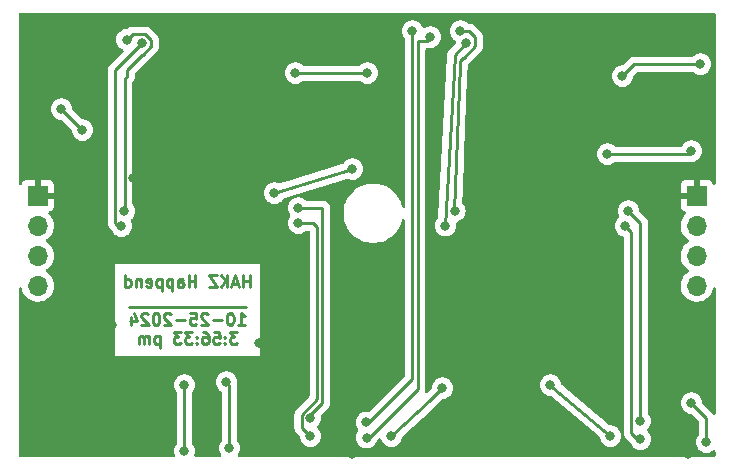
<source format=gbr>
%TF.GenerationSoftware,KiCad,Pcbnew,(6.0.7)*%
%TF.CreationDate,2024-10-25T16:04:41-07:00*%
%TF.ProjectId,segment_blinky,7365676d-656e-4745-9f62-6c696e6b792e,rev?*%
%TF.SameCoordinates,Original*%
%TF.FileFunction,Copper,L2,Bot*%
%TF.FilePolarity,Positive*%
%FSLAX46Y46*%
G04 Gerber Fmt 4.6, Leading zero omitted, Abs format (unit mm)*
G04 Created by KiCad (PCBNEW (6.0.7)) date 2024-10-25 16:04:41*
%MOMM*%
%LPD*%
G01*
G04 APERTURE LIST*
%ADD10C,0.250000*%
%TA.AperFunction,NonConductor*%
%ADD11C,0.250000*%
%TD*%
%TA.AperFunction,ComponentPad*%
%ADD12R,1.700000X1.700000*%
%TD*%
%TA.AperFunction,ComponentPad*%
%ADD13O,1.700000X1.700000*%
%TD*%
%TA.AperFunction,ViaPad*%
%ADD14C,0.800000*%
%TD*%
%TA.AperFunction,Conductor*%
%ADD15C,0.250000*%
%TD*%
G04 APERTURE END LIST*
D10*
D11*
X118061714Y-73729380D02*
X118061714Y-72729380D01*
X118061714Y-73205571D02*
X117490285Y-73205571D01*
X117490285Y-73729380D02*
X117490285Y-72729380D01*
X117061714Y-73443666D02*
X116585523Y-73443666D01*
X117156952Y-73729380D02*
X116823619Y-72729380D01*
X116490285Y-73729380D01*
X116156952Y-73729380D02*
X116156952Y-72729380D01*
X115585523Y-73729380D02*
X116014095Y-73157952D01*
X115585523Y-72729380D02*
X116156952Y-73300809D01*
X115252190Y-72729380D02*
X114585523Y-72729380D01*
X115252190Y-73729380D01*
X114585523Y-73729380D01*
X113442666Y-73729380D02*
X113442666Y-72729380D01*
X113442666Y-73205571D02*
X112871238Y-73205571D01*
X112871238Y-73729380D02*
X112871238Y-72729380D01*
X111966476Y-73729380D02*
X111966476Y-73205571D01*
X112014095Y-73110333D01*
X112109333Y-73062714D01*
X112299809Y-73062714D01*
X112395047Y-73110333D01*
X111966476Y-73681761D02*
X112061714Y-73729380D01*
X112299809Y-73729380D01*
X112395047Y-73681761D01*
X112442666Y-73586523D01*
X112442666Y-73491285D01*
X112395047Y-73396047D01*
X112299809Y-73348428D01*
X112061714Y-73348428D01*
X111966476Y-73300809D01*
X111490285Y-73062714D02*
X111490285Y-74062714D01*
X111490285Y-73110333D02*
X111395047Y-73062714D01*
X111204571Y-73062714D01*
X111109333Y-73110333D01*
X111061714Y-73157952D01*
X111014095Y-73253190D01*
X111014095Y-73538904D01*
X111061714Y-73634142D01*
X111109333Y-73681761D01*
X111204571Y-73729380D01*
X111395047Y-73729380D01*
X111490285Y-73681761D01*
X110585523Y-73062714D02*
X110585523Y-74062714D01*
X110585523Y-73110333D02*
X110490285Y-73062714D01*
X110299809Y-73062714D01*
X110204571Y-73110333D01*
X110156952Y-73157952D01*
X110109333Y-73253190D01*
X110109333Y-73538904D01*
X110156952Y-73634142D01*
X110204571Y-73681761D01*
X110299809Y-73729380D01*
X110490285Y-73729380D01*
X110585523Y-73681761D01*
X109299809Y-73681761D02*
X109395047Y-73729380D01*
X109585523Y-73729380D01*
X109680761Y-73681761D01*
X109728380Y-73586523D01*
X109728380Y-73205571D01*
X109680761Y-73110333D01*
X109585523Y-73062714D01*
X109395047Y-73062714D01*
X109299809Y-73110333D01*
X109252190Y-73205571D01*
X109252190Y-73300809D01*
X109728380Y-73396047D01*
X108823619Y-73062714D02*
X108823619Y-73729380D01*
X108823619Y-73157952D02*
X108776000Y-73110333D01*
X108680761Y-73062714D01*
X108537904Y-73062714D01*
X108442666Y-73110333D01*
X108395047Y-73205571D01*
X108395047Y-73729380D01*
X107490285Y-73729380D02*
X107490285Y-72729380D01*
X107490285Y-73681761D02*
X107585523Y-73729380D01*
X107776000Y-73729380D01*
X107871238Y-73681761D01*
X107918857Y-73634142D01*
X107966476Y-73538904D01*
X107966476Y-73253190D01*
X107918857Y-73157952D01*
X107871238Y-73110333D01*
X107776000Y-73062714D01*
X107585523Y-73062714D01*
X107490285Y-73110333D01*
X117728380Y-75434619D02*
X116966476Y-75434619D01*
X116966476Y-75434619D02*
X116204571Y-75434619D01*
X116204571Y-75434619D02*
X115442666Y-75434619D01*
X115442666Y-75434619D02*
X114680761Y-75434619D01*
X114680761Y-75434619D02*
X113918857Y-75434619D01*
X113918857Y-75434619D02*
X113156952Y-75434619D01*
X113156952Y-75434619D02*
X112395047Y-75434619D01*
X112395047Y-75434619D02*
X111633142Y-75434619D01*
X111633142Y-75434619D02*
X110871238Y-75434619D01*
X110871238Y-75434619D02*
X110109333Y-75434619D01*
X110109333Y-75434619D02*
X109347428Y-75434619D01*
X109347428Y-75434619D02*
X108585523Y-75434619D01*
X108585523Y-75434619D02*
X107823619Y-75434619D01*
X117061714Y-76949380D02*
X117633142Y-76949380D01*
X117347428Y-76949380D02*
X117347428Y-75949380D01*
X117442666Y-76092238D01*
X117537904Y-76187476D01*
X117633142Y-76235095D01*
X116442666Y-75949380D02*
X116347428Y-75949380D01*
X116252190Y-75997000D01*
X116204571Y-76044619D01*
X116156952Y-76139857D01*
X116109333Y-76330333D01*
X116109333Y-76568428D01*
X116156952Y-76758904D01*
X116204571Y-76854142D01*
X116252190Y-76901761D01*
X116347428Y-76949380D01*
X116442666Y-76949380D01*
X116537904Y-76901761D01*
X116585523Y-76854142D01*
X116633142Y-76758904D01*
X116680761Y-76568428D01*
X116680761Y-76330333D01*
X116633142Y-76139857D01*
X116585523Y-76044619D01*
X116537904Y-75997000D01*
X116442666Y-75949380D01*
X115680761Y-76568428D02*
X114918857Y-76568428D01*
X114490285Y-76044619D02*
X114442666Y-75997000D01*
X114347428Y-75949380D01*
X114109333Y-75949380D01*
X114014095Y-75997000D01*
X113966476Y-76044619D01*
X113918857Y-76139857D01*
X113918857Y-76235095D01*
X113966476Y-76377952D01*
X114537904Y-76949380D01*
X113918857Y-76949380D01*
X113014095Y-75949380D02*
X113490285Y-75949380D01*
X113537904Y-76425571D01*
X113490285Y-76377952D01*
X113395047Y-76330333D01*
X113156952Y-76330333D01*
X113061714Y-76377952D01*
X113014095Y-76425571D01*
X112966476Y-76520809D01*
X112966476Y-76758904D01*
X113014095Y-76854142D01*
X113061714Y-76901761D01*
X113156952Y-76949380D01*
X113395047Y-76949380D01*
X113490285Y-76901761D01*
X113537904Y-76854142D01*
X112537904Y-76568428D02*
X111776000Y-76568428D01*
X111347428Y-76044619D02*
X111299809Y-75997000D01*
X111204571Y-75949380D01*
X110966476Y-75949380D01*
X110871238Y-75997000D01*
X110823619Y-76044619D01*
X110776000Y-76139857D01*
X110776000Y-76235095D01*
X110823619Y-76377952D01*
X111395047Y-76949380D01*
X110776000Y-76949380D01*
X110156952Y-75949380D02*
X110061714Y-75949380D01*
X109966476Y-75997000D01*
X109918857Y-76044619D01*
X109871238Y-76139857D01*
X109823619Y-76330333D01*
X109823619Y-76568428D01*
X109871238Y-76758904D01*
X109918857Y-76854142D01*
X109966476Y-76901761D01*
X110061714Y-76949380D01*
X110156952Y-76949380D01*
X110252190Y-76901761D01*
X110299809Y-76854142D01*
X110347428Y-76758904D01*
X110395047Y-76568428D01*
X110395047Y-76330333D01*
X110347428Y-76139857D01*
X110299809Y-76044619D01*
X110252190Y-75997000D01*
X110156952Y-75949380D01*
X109442666Y-76044619D02*
X109395047Y-75997000D01*
X109299809Y-75949380D01*
X109061714Y-75949380D01*
X108966476Y-75997000D01*
X108918857Y-76044619D01*
X108871238Y-76139857D01*
X108871238Y-76235095D01*
X108918857Y-76377952D01*
X109490285Y-76949380D01*
X108871238Y-76949380D01*
X108014095Y-76282714D02*
X108014095Y-76949380D01*
X108252190Y-75901761D02*
X108490285Y-76616047D01*
X107871238Y-76616047D01*
X116990285Y-77559380D02*
X116371238Y-77559380D01*
X116704571Y-77940333D01*
X116561714Y-77940333D01*
X116466476Y-77987952D01*
X116418857Y-78035571D01*
X116371238Y-78130809D01*
X116371238Y-78368904D01*
X116418857Y-78464142D01*
X116466476Y-78511761D01*
X116561714Y-78559380D01*
X116847428Y-78559380D01*
X116942666Y-78511761D01*
X116990285Y-78464142D01*
X115942666Y-78464142D02*
X115895047Y-78511761D01*
X115942666Y-78559380D01*
X115990285Y-78511761D01*
X115942666Y-78464142D01*
X115942666Y-78559380D01*
X115942666Y-77940333D02*
X115895047Y-77987952D01*
X115942666Y-78035571D01*
X115990285Y-77987952D01*
X115942666Y-77940333D01*
X115942666Y-78035571D01*
X114990285Y-77559380D02*
X115466476Y-77559380D01*
X115514095Y-78035571D01*
X115466476Y-77987952D01*
X115371238Y-77940333D01*
X115133142Y-77940333D01*
X115037904Y-77987952D01*
X114990285Y-78035571D01*
X114942666Y-78130809D01*
X114942666Y-78368904D01*
X114990285Y-78464142D01*
X115037904Y-78511761D01*
X115133142Y-78559380D01*
X115371238Y-78559380D01*
X115466476Y-78511761D01*
X115514095Y-78464142D01*
X114085523Y-77559380D02*
X114276000Y-77559380D01*
X114371238Y-77607000D01*
X114418857Y-77654619D01*
X114514095Y-77797476D01*
X114561714Y-77987952D01*
X114561714Y-78368904D01*
X114514095Y-78464142D01*
X114466476Y-78511761D01*
X114371238Y-78559380D01*
X114180761Y-78559380D01*
X114085523Y-78511761D01*
X114037904Y-78464142D01*
X113990285Y-78368904D01*
X113990285Y-78130809D01*
X114037904Y-78035571D01*
X114085523Y-77987952D01*
X114180761Y-77940333D01*
X114371238Y-77940333D01*
X114466476Y-77987952D01*
X114514095Y-78035571D01*
X114561714Y-78130809D01*
X113561714Y-78464142D02*
X113514095Y-78511761D01*
X113561714Y-78559380D01*
X113609333Y-78511761D01*
X113561714Y-78464142D01*
X113561714Y-78559380D01*
X113561714Y-77940333D02*
X113514095Y-77987952D01*
X113561714Y-78035571D01*
X113609333Y-77987952D01*
X113561714Y-77940333D01*
X113561714Y-78035571D01*
X113180761Y-77559380D02*
X112561714Y-77559380D01*
X112895047Y-77940333D01*
X112752190Y-77940333D01*
X112656952Y-77987952D01*
X112609333Y-78035571D01*
X112561714Y-78130809D01*
X112561714Y-78368904D01*
X112609333Y-78464142D01*
X112656952Y-78511761D01*
X112752190Y-78559380D01*
X113037904Y-78559380D01*
X113133142Y-78511761D01*
X113180761Y-78464142D01*
X112228380Y-77559380D02*
X111609333Y-77559380D01*
X111942666Y-77940333D01*
X111799809Y-77940333D01*
X111704571Y-77987952D01*
X111656952Y-78035571D01*
X111609333Y-78130809D01*
X111609333Y-78368904D01*
X111656952Y-78464142D01*
X111704571Y-78511761D01*
X111799809Y-78559380D01*
X112085523Y-78559380D01*
X112180761Y-78511761D01*
X112228380Y-78464142D01*
X110418857Y-77892714D02*
X110418857Y-78892714D01*
X110418857Y-77940333D02*
X110323619Y-77892714D01*
X110133142Y-77892714D01*
X110037904Y-77940333D01*
X109990285Y-77987952D01*
X109942666Y-78083190D01*
X109942666Y-78368904D01*
X109990285Y-78464142D01*
X110037904Y-78511761D01*
X110133142Y-78559380D01*
X110323619Y-78559380D01*
X110418857Y-78511761D01*
X109514095Y-78559380D02*
X109514095Y-77892714D01*
X109514095Y-77987952D02*
X109466476Y-77940333D01*
X109371238Y-77892714D01*
X109228380Y-77892714D01*
X109133142Y-77940333D01*
X109085523Y-78035571D01*
X109085523Y-78559380D01*
X109085523Y-78035571D02*
X109037904Y-77940333D01*
X108942666Y-77892714D01*
X108799809Y-77892714D01*
X108704571Y-77940333D01*
X108656952Y-78035571D01*
X108656952Y-78559380D01*
D12*
%TO.P,J2,1,Pin_1*%
%TO.N,vcc*%
X155900000Y-66000000D03*
D13*
%TO.P,J2,2,Pin_2*%
%TO.N,DO*%
X155900000Y-68540000D03*
%TO.P,J2,3,Pin_3*%
%TO.N,CO*%
X155900000Y-71080000D03*
%TO.P,J2,4,Pin_4*%
%TO.N,gnd*%
X155900000Y-73620000D03*
%TD*%
D12*
%TO.P,J1,1,Pin_1*%
%TO.N,vcc*%
X100100000Y-66000000D03*
D13*
%TO.P,J1,2,Pin_2*%
%TO.N,DI*%
X100100000Y-68540000D03*
%TO.P,J1,3,Pin_3*%
%TO.N,CI*%
X100100000Y-71080000D03*
%TO.P,J1,4,Pin_4*%
%TO.N,gnd*%
X100100000Y-73620000D03*
%TD*%
D14*
%TO.N,gnd*%
X155448000Y-62230000D03*
X103886000Y-60452000D03*
X121920000Y-55626000D03*
X143510000Y-82042000D03*
X134366000Y-82296000D03*
X156718000Y-86868000D03*
X102108000Y-58674000D03*
X126746000Y-63754000D03*
X112522000Y-87630000D03*
X149606000Y-55880000D03*
X148590000Y-86360000D03*
X148336000Y-62484000D03*
X156210000Y-54864000D03*
X116332000Y-87376000D03*
X128016000Y-55626000D03*
X116078000Y-81788000D03*
X112522000Y-82042000D03*
X130048000Y-86360000D03*
X155448000Y-83566000D03*
X120142000Y-65786000D03*
%TO.N,vcc*%
X136144000Y-82804000D03*
X155194000Y-87884000D03*
X138176000Y-56134000D03*
X147320000Y-75946000D03*
X108204000Y-64516000D03*
X126746000Y-87884000D03*
X148590000Y-70358000D03*
X112996099Y-70070099D03*
X120055799Y-70952201D03*
X122428000Y-60960000D03*
X140716000Y-70104000D03*
X150622000Y-57912000D03*
X118872000Y-78486000D03*
X139700000Y-54610000D03*
X149606000Y-64262000D03*
X145779136Y-82058864D03*
X109728000Y-55372000D03*
X147044953Y-54588953D03*
X109474000Y-82804000D03*
X134620000Y-76962000D03*
X106426000Y-76962000D03*
X135876100Y-70625900D03*
X118872000Y-54356000D03*
%TO.N,Net-(D26-Pad5)*%
X108961701Y-53090299D03*
X107188000Y-68580000D03*
%TO.N,Net-(D26-Pad6)*%
X107653551Y-52794500D03*
X107442000Y-67310000D03*
%TO.N,Net-(D30-Pad5)*%
X122174000Y-68326000D03*
X123190000Y-86360000D03*
%TO.N,Net-(D30-Pad6)*%
X123190000Y-84836000D03*
X122174000Y-67056000D03*
%TO.N,Net-(D31-Pad5)*%
X127933042Y-86499971D03*
X133350000Y-52578000D03*
%TO.N,Net-(D31-Pad6)*%
X127924624Y-85191477D03*
X131826000Y-52070000D03*
%TO.N,Net-(D55-Pad5)*%
X136398000Y-53086000D03*
X134620000Y-68548585D03*
%TO.N,Net-(D55-Pad6)*%
X135413370Y-67311719D03*
X135890000Y-52070000D03*
%TO.N,Net-(D59-Pad5)*%
X151130000Y-86614000D03*
X149860000Y-68580000D03*
%TO.N,Net-(D59-Pad6)*%
X150114000Y-67310000D03*
X151130000Y-85090000D03*
%TD*%
D15*
%TO.N,Net-(D31-Pad6)*%
X128168523Y-85191477D02*
X127924624Y-85191477D01*
X131826000Y-52070000D02*
X131826000Y-81534000D01*
X131826000Y-81534000D02*
X128168523Y-85191477D01*
%TO.N,Net-(D31-Pad5)*%
X132276000Y-52890000D02*
X133038000Y-52890000D01*
X133038000Y-52890000D02*
X133350000Y-52578000D01*
%TO.N,gnd*%
X130048000Y-86360000D02*
X133350000Y-83312000D01*
X133350000Y-83312000D02*
X134366000Y-82296000D01*
X148590000Y-86360000D02*
X143764000Y-82296000D01*
X143764000Y-82296000D02*
X143510000Y-82042000D01*
X120142000Y-65786000D02*
X126746000Y-63754000D01*
X116332000Y-82042000D02*
X116078000Y-81788000D01*
X112522000Y-87630000D02*
X112522000Y-82042000D01*
X116332000Y-87376000D02*
X116332000Y-82042000D01*
X121920000Y-55626000D02*
X128016000Y-55626000D01*
X155448000Y-83566000D02*
X156718000Y-84836000D01*
X150622000Y-54864000D02*
X149606000Y-55880000D01*
X156210000Y-54864000D02*
X150622000Y-54864000D01*
X148336000Y-62484000D02*
X155194000Y-62484000D01*
X155194000Y-62484000D02*
X155448000Y-62230000D01*
X156718000Y-84836000D02*
X156718000Y-86868000D01*
X103886000Y-60452000D02*
X102108000Y-58674000D01*
%TO.N,vcc*%
X138176000Y-56134000D02*
X139700000Y-54610000D01*
%TO.N,Net-(D26-Pad5)*%
X108961701Y-53090299D02*
X106680000Y-55372000D01*
X106680000Y-55372000D02*
X106680000Y-68326000D01*
X106934000Y-68580000D02*
X107188000Y-68580000D01*
X106680000Y-68326000D02*
X106934000Y-68580000D01*
%TO.N,Net-(D26-Pad6)*%
X109220000Y-52324000D02*
X109728000Y-52832000D01*
X107696000Y-55372000D02*
X107696000Y-55880000D01*
X107479000Y-56097000D02*
X107479000Y-67273000D01*
X108975305Y-54102000D02*
X108966000Y-54102000D01*
X109728000Y-53349305D02*
X108975305Y-54102000D01*
X108966000Y-54102000D02*
X107696000Y-55372000D01*
X109728000Y-52832000D02*
X109728000Y-53349305D01*
X107696000Y-55880000D02*
X107479000Y-56097000D01*
X107479000Y-67273000D02*
X107442000Y-67310000D01*
X108124051Y-52324000D02*
X109220000Y-52324000D01*
X107653551Y-52794500D02*
X108124051Y-52324000D01*
%TO.N,Net-(D30-Pad5)*%
X123756000Y-83244695D02*
X122465000Y-84535695D01*
X122465000Y-84535695D02*
X122465000Y-85635000D01*
X123444000Y-68326000D02*
X123756000Y-68638000D01*
X122174000Y-68326000D02*
X123444000Y-68326000D01*
X123756000Y-70358000D02*
X123756000Y-83244695D01*
X123756000Y-68638000D02*
X123756000Y-70358000D01*
X122465000Y-85635000D02*
X123190000Y-86360000D01*
%TO.N,Net-(D30-Pad6)*%
X123190000Y-84582000D02*
X123190000Y-84836000D01*
X124206000Y-67056000D02*
X124206000Y-83566000D01*
X123444000Y-84328000D02*
X123190000Y-84582000D01*
X122174000Y-67056000D02*
X124206000Y-67056000D01*
X124206000Y-83566000D02*
X123444000Y-84328000D01*
%TO.N,Net-(D31-Pad5)*%
X132276000Y-82354000D02*
X128130029Y-86499971D01*
X128130029Y-86499971D02*
X127933042Y-86499971D01*
X132276000Y-52890000D02*
X132276000Y-82354000D01*
%TO.N,Net-(D55-Pad5)*%
X134620000Y-68548585D02*
X135413415Y-54070585D01*
X135413415Y-54070585D02*
X136398000Y-53086000D01*
%TO.N,Net-(D55-Pad6)*%
X135382000Y-67310000D02*
X135411651Y-67310000D01*
X136153305Y-54356000D02*
X136144000Y-54356000D01*
X136144000Y-54356000D02*
X135890000Y-54610000D01*
X137160000Y-53349305D02*
X136153305Y-54356000D01*
X135890000Y-54610000D02*
X135890000Y-54864000D01*
X136652000Y-52070000D02*
X137160000Y-52578000D01*
X135411651Y-67310000D02*
X135413370Y-67311719D01*
X135890000Y-54864000D02*
X135382000Y-67310000D01*
X135890000Y-52070000D02*
X136652000Y-52070000D01*
X137160000Y-52578000D02*
X137160000Y-53349305D01*
%TO.N,Net-(D59-Pad5)*%
X149860000Y-68580000D02*
X150368000Y-69088000D01*
X150368000Y-86106000D02*
X150876000Y-86614000D01*
X150876000Y-86614000D02*
X151130000Y-86614000D01*
X150368000Y-69088000D02*
X150368000Y-86106000D01*
%TO.N,Net-(D59-Pad6)*%
X150114000Y-67310000D02*
X151130000Y-68326000D01*
X151130000Y-68326000D02*
X151130000Y-85090000D01*
%TD*%
%TA.AperFunction,Conductor*%
%TO.N,vcc*%
G36*
X157433621Y-50528502D02*
G01*
X157480114Y-50582158D01*
X157491500Y-50634500D01*
X157491500Y-64985603D01*
X157471498Y-65053724D01*
X157417842Y-65100217D01*
X157347568Y-65110321D01*
X157282988Y-65080827D01*
X157247518Y-65029833D01*
X157203324Y-64911946D01*
X157194786Y-64896351D01*
X157118285Y-64794276D01*
X157105724Y-64781715D01*
X157003649Y-64705214D01*
X156988054Y-64696676D01*
X156867606Y-64651522D01*
X156852351Y-64647895D01*
X156801486Y-64642369D01*
X156794672Y-64642000D01*
X156172115Y-64642000D01*
X156156876Y-64646475D01*
X156155671Y-64647865D01*
X156154000Y-64655548D01*
X156154000Y-66128000D01*
X156133998Y-66196121D01*
X156080342Y-66242614D01*
X156028000Y-66254000D01*
X154560116Y-66254000D01*
X154544877Y-66258475D01*
X154543672Y-66259865D01*
X154542001Y-66267548D01*
X154542001Y-66894669D01*
X154542371Y-66901490D01*
X154547895Y-66952352D01*
X154551521Y-66967604D01*
X154596676Y-67088054D01*
X154605214Y-67103649D01*
X154681715Y-67205724D01*
X154694276Y-67218285D01*
X154796351Y-67294786D01*
X154811946Y-67303324D01*
X154920827Y-67344142D01*
X154977591Y-67386784D01*
X155002291Y-67453345D01*
X154987083Y-67522694D01*
X154967691Y-67549175D01*
X154844200Y-67678401D01*
X154840629Y-67682138D01*
X154837715Y-67686410D01*
X154837714Y-67686411D01*
X154825409Y-67704450D01*
X154714743Y-67866680D01*
X154671087Y-67960729D01*
X154635151Y-68038148D01*
X154620688Y-68069305D01*
X154560989Y-68284570D01*
X154537251Y-68506695D01*
X154537548Y-68511848D01*
X154537548Y-68511851D01*
X154547893Y-68691271D01*
X154550110Y-68729715D01*
X154551247Y-68734761D01*
X154551248Y-68734767D01*
X154564840Y-68795077D01*
X154599222Y-68947639D01*
X154683266Y-69154616D01*
X154799987Y-69345088D01*
X154946250Y-69513938D01*
X155118126Y-69656632D01*
X155188595Y-69697811D01*
X155191445Y-69699476D01*
X155240169Y-69751114D01*
X155253240Y-69820897D01*
X155226509Y-69886669D01*
X155186055Y-69920027D01*
X155173607Y-69926507D01*
X155169474Y-69929610D01*
X155169471Y-69929612D01*
X155065064Y-70008003D01*
X154994965Y-70060635D01*
X154840629Y-70222138D01*
X154714743Y-70406680D01*
X154620688Y-70609305D01*
X154560989Y-70824570D01*
X154537251Y-71046695D01*
X154537548Y-71051848D01*
X154537548Y-71051851D01*
X154543011Y-71146590D01*
X154550110Y-71269715D01*
X154551247Y-71274761D01*
X154551248Y-71274767D01*
X154571119Y-71362939D01*
X154599222Y-71487639D01*
X154683266Y-71694616D01*
X154799987Y-71885088D01*
X154946250Y-72053938D01*
X155118126Y-72196632D01*
X155188595Y-72237811D01*
X155191445Y-72239476D01*
X155240169Y-72291114D01*
X155253240Y-72360897D01*
X155226509Y-72426669D01*
X155186055Y-72460027D01*
X155173607Y-72466507D01*
X155169474Y-72469610D01*
X155169471Y-72469612D01*
X155145247Y-72487800D01*
X154994965Y-72600635D01*
X154840629Y-72762138D01*
X154714743Y-72946680D01*
X154620688Y-73149305D01*
X154560989Y-73364570D01*
X154537251Y-73586695D01*
X154537548Y-73591848D01*
X154537548Y-73591851D01*
X154543011Y-73686590D01*
X154550110Y-73809715D01*
X154551247Y-73814761D01*
X154551248Y-73814767D01*
X154571119Y-73902939D01*
X154599222Y-74027639D01*
X154683266Y-74234616D01*
X154799987Y-74425088D01*
X154946250Y-74593938D01*
X155118126Y-74736632D01*
X155311000Y-74849338D01*
X155519692Y-74929030D01*
X155524760Y-74930061D01*
X155524763Y-74930062D01*
X155632017Y-74951883D01*
X155738597Y-74973567D01*
X155743772Y-74973757D01*
X155743774Y-74973757D01*
X155956673Y-74981564D01*
X155956677Y-74981564D01*
X155961837Y-74981753D01*
X155966957Y-74981097D01*
X155966959Y-74981097D01*
X156178288Y-74954025D01*
X156178289Y-74954025D01*
X156183416Y-74953368D01*
X156188366Y-74951883D01*
X156392429Y-74890661D01*
X156392434Y-74890659D01*
X156397384Y-74889174D01*
X156597994Y-74790896D01*
X156779860Y-74661173D01*
X156938096Y-74503489D01*
X156997594Y-74420689D01*
X157065435Y-74326277D01*
X157068453Y-74322077D01*
X157167430Y-74121811D01*
X157232370Y-73908069D01*
X157240578Y-73845725D01*
X157269301Y-73780798D01*
X157328566Y-73741707D01*
X157399558Y-73740862D01*
X157459736Y-73778533D01*
X157489995Y-73842758D01*
X157491500Y-73862172D01*
X157491500Y-84435070D01*
X157471498Y-84503191D01*
X157417842Y-84549684D01*
X157347568Y-84559788D01*
X157282988Y-84530294D01*
X157263565Y-84509131D01*
X157251570Y-84492622D01*
X157245057Y-84482707D01*
X157226575Y-84451457D01*
X157222542Y-84444637D01*
X157208218Y-84430313D01*
X157195376Y-84415278D01*
X157189423Y-84407084D01*
X157183472Y-84398893D01*
X157149406Y-84370711D01*
X157140627Y-84362722D01*
X156395122Y-83617217D01*
X156361096Y-83554905D01*
X156358907Y-83541292D01*
X156342232Y-83382635D01*
X156342232Y-83382633D01*
X156341542Y-83376072D01*
X156282527Y-83194444D01*
X156187040Y-83029056D01*
X156141744Y-82978749D01*
X156063675Y-82892045D01*
X156063674Y-82892044D01*
X156059253Y-82887134D01*
X155904752Y-82774882D01*
X155898724Y-82772198D01*
X155898722Y-82772197D01*
X155736319Y-82699891D01*
X155736318Y-82699891D01*
X155730288Y-82697206D01*
X155617721Y-82673279D01*
X155549944Y-82658872D01*
X155549939Y-82658872D01*
X155543487Y-82657500D01*
X155352513Y-82657500D01*
X155346061Y-82658872D01*
X155346056Y-82658872D01*
X155278279Y-82673279D01*
X155165712Y-82697206D01*
X155159682Y-82699891D01*
X155159681Y-82699891D01*
X154997278Y-82772197D01*
X154997276Y-82772198D01*
X154991248Y-82774882D01*
X154836747Y-82887134D01*
X154832326Y-82892044D01*
X154832325Y-82892045D01*
X154754257Y-82978749D01*
X154708960Y-83029056D01*
X154613473Y-83194444D01*
X154554458Y-83376072D01*
X154534496Y-83566000D01*
X154535186Y-83572565D01*
X154553566Y-83747437D01*
X154554458Y-83755928D01*
X154613473Y-83937556D01*
X154708960Y-84102944D01*
X154713378Y-84107851D01*
X154713379Y-84107852D01*
X154800306Y-84204394D01*
X154836747Y-84244866D01*
X154991248Y-84357118D01*
X154997276Y-84359802D01*
X154997278Y-84359803D01*
X155155647Y-84430313D01*
X155165712Y-84434794D01*
X155244105Y-84451457D01*
X155346056Y-84473128D01*
X155346061Y-84473128D01*
X155352513Y-84474500D01*
X155408406Y-84474500D01*
X155476527Y-84494502D01*
X155497501Y-84511405D01*
X156047595Y-85061499D01*
X156081621Y-85123811D01*
X156084500Y-85150594D01*
X156084500Y-86165476D01*
X156064498Y-86233597D01*
X156052142Y-86249779D01*
X155978960Y-86331056D01*
X155966039Y-86353436D01*
X155886885Y-86490535D01*
X155883473Y-86496444D01*
X155824458Y-86678072D01*
X155823768Y-86684633D01*
X155823768Y-86684635D01*
X155819497Y-86725271D01*
X155804496Y-86868000D01*
X155805186Y-86874565D01*
X155822863Y-87042749D01*
X155824458Y-87057928D01*
X155883473Y-87239556D01*
X155978960Y-87404944D01*
X155983378Y-87409851D01*
X155983379Y-87409852D01*
X156010589Y-87440072D01*
X156106747Y-87546866D01*
X156144562Y-87574340D01*
X156230207Y-87636565D01*
X156261248Y-87659118D01*
X156267276Y-87661802D01*
X156267278Y-87661803D01*
X156429681Y-87734109D01*
X156435712Y-87736794D01*
X156529112Y-87756647D01*
X156616056Y-87775128D01*
X156616061Y-87775128D01*
X156622513Y-87776500D01*
X156813487Y-87776500D01*
X156819939Y-87775128D01*
X156819944Y-87775128D01*
X156906887Y-87756647D01*
X157000288Y-87736794D01*
X157006319Y-87734109D01*
X157168722Y-87661803D01*
X157168724Y-87661802D01*
X157174752Y-87659118D01*
X157180094Y-87655237D01*
X157291439Y-87574340D01*
X157358307Y-87550481D01*
X157427458Y-87566562D01*
X157476939Y-87617476D01*
X157491500Y-87676276D01*
X157491500Y-88011500D01*
X157471498Y-88079621D01*
X157417842Y-88126114D01*
X157365500Y-88137500D01*
X117151849Y-88137500D01*
X117083728Y-88117498D01*
X117037235Y-88063842D01*
X117027131Y-87993568D01*
X117058211Y-87927192D01*
X117071040Y-87912944D01*
X117166527Y-87747556D01*
X117225542Y-87565928D01*
X117227138Y-87550749D01*
X117244814Y-87382565D01*
X117245504Y-87376000D01*
X117242273Y-87345258D01*
X117226232Y-87192635D01*
X117226232Y-87192633D01*
X117225542Y-87186072D01*
X117166527Y-87004444D01*
X117071040Y-86839056D01*
X116997863Y-86757785D01*
X116967147Y-86693779D01*
X116965500Y-86673476D01*
X116965500Y-82120767D01*
X116966027Y-82109584D01*
X116967702Y-82102091D01*
X116965562Y-82034014D01*
X116965500Y-82030055D01*
X116965500Y-82016280D01*
X116968253Y-81990086D01*
X116969504Y-81984202D01*
X116971542Y-81977928D01*
X116991504Y-81788000D01*
X116974062Y-81622045D01*
X116972232Y-81604635D01*
X116972232Y-81604633D01*
X116971542Y-81598072D01*
X116912527Y-81416444D01*
X116817040Y-81251056D01*
X116689253Y-81109134D01*
X116534752Y-80996882D01*
X116528724Y-80994198D01*
X116528722Y-80994197D01*
X116366319Y-80921891D01*
X116366318Y-80921891D01*
X116360288Y-80919206D01*
X116266888Y-80899353D01*
X116179944Y-80880872D01*
X116179939Y-80880872D01*
X116173487Y-80879500D01*
X115982513Y-80879500D01*
X115976061Y-80880872D01*
X115976056Y-80880872D01*
X115889112Y-80899353D01*
X115795712Y-80919206D01*
X115789682Y-80921891D01*
X115789681Y-80921891D01*
X115627278Y-80994197D01*
X115627276Y-80994198D01*
X115621248Y-80996882D01*
X115466747Y-81109134D01*
X115338960Y-81251056D01*
X115243473Y-81416444D01*
X115184458Y-81598072D01*
X115183768Y-81604633D01*
X115183768Y-81604635D01*
X115181938Y-81622045D01*
X115164496Y-81788000D01*
X115184458Y-81977928D01*
X115243473Y-82159556D01*
X115338960Y-82324944D01*
X115343378Y-82329851D01*
X115343379Y-82329852D01*
X115430042Y-82426101D01*
X115466747Y-82466866D01*
X115565843Y-82538864D01*
X115594705Y-82559833D01*
X115621248Y-82579118D01*
X115627278Y-82581803D01*
X115633001Y-82585107D01*
X115631845Y-82587109D01*
X115677856Y-82626229D01*
X115698500Y-82695339D01*
X115698500Y-86673476D01*
X115678498Y-86741597D01*
X115666142Y-86757779D01*
X115592960Y-86839056D01*
X115497473Y-87004444D01*
X115438458Y-87186072D01*
X115437768Y-87192633D01*
X115437768Y-87192635D01*
X115421727Y-87345258D01*
X115418496Y-87376000D01*
X115419186Y-87382565D01*
X115436863Y-87550749D01*
X115438458Y-87565928D01*
X115497473Y-87747556D01*
X115592960Y-87912944D01*
X115605789Y-87927192D01*
X115636505Y-87991198D01*
X115627740Y-88061651D01*
X115582277Y-88116182D01*
X115512151Y-88137500D01*
X113485780Y-88137500D01*
X113417659Y-88117498D01*
X113371166Y-88063842D01*
X113361062Y-87993568D01*
X113365947Y-87972563D01*
X113413503Y-87826203D01*
X113415542Y-87819928D01*
X113420107Y-87776500D01*
X113434814Y-87636565D01*
X113435504Y-87630000D01*
X113429430Y-87572206D01*
X113416232Y-87446635D01*
X113416232Y-87446633D01*
X113415542Y-87440072D01*
X113356527Y-87258444D01*
X113261040Y-87093056D01*
X113187863Y-87011785D01*
X113157147Y-86947779D01*
X113155500Y-86927476D01*
X113155500Y-82744524D01*
X113175502Y-82676403D01*
X113187858Y-82660221D01*
X113261040Y-82578944D01*
X113356527Y-82413556D01*
X113415542Y-82231928D01*
X113435504Y-82042000D01*
X113415542Y-81852072D01*
X113356527Y-81670444D01*
X113261040Y-81505056D01*
X113181254Y-81416444D01*
X113137675Y-81368045D01*
X113137674Y-81368044D01*
X113133253Y-81363134D01*
X112978752Y-81250882D01*
X112972724Y-81248198D01*
X112972722Y-81248197D01*
X112810319Y-81175891D01*
X112810318Y-81175891D01*
X112804288Y-81173206D01*
X112710888Y-81153353D01*
X112623944Y-81134872D01*
X112623939Y-81134872D01*
X112617487Y-81133500D01*
X112426513Y-81133500D01*
X112420061Y-81134872D01*
X112420056Y-81134872D01*
X112333112Y-81153353D01*
X112239712Y-81173206D01*
X112233682Y-81175891D01*
X112233681Y-81175891D01*
X112071278Y-81248197D01*
X112071276Y-81248198D01*
X112065248Y-81250882D01*
X111910747Y-81363134D01*
X111906326Y-81368044D01*
X111906325Y-81368045D01*
X111862747Y-81416444D01*
X111782960Y-81505056D01*
X111687473Y-81670444D01*
X111628458Y-81852072D01*
X111608496Y-82042000D01*
X111628458Y-82231928D01*
X111687473Y-82413556D01*
X111782960Y-82578944D01*
X111856137Y-82660215D01*
X111886853Y-82724221D01*
X111888500Y-82744524D01*
X111888500Y-86927476D01*
X111868498Y-86995597D01*
X111856142Y-87011779D01*
X111782960Y-87093056D01*
X111687473Y-87258444D01*
X111628458Y-87440072D01*
X111627768Y-87446633D01*
X111627768Y-87446635D01*
X111614570Y-87572206D01*
X111608496Y-87630000D01*
X111609186Y-87636565D01*
X111623894Y-87776500D01*
X111628458Y-87819928D01*
X111630497Y-87826203D01*
X111678053Y-87972563D01*
X111680081Y-88043531D01*
X111643418Y-88104329D01*
X111579706Y-88135655D01*
X111558220Y-88137500D01*
X98634500Y-88137500D01*
X98566379Y-88117498D01*
X98519886Y-88063842D01*
X98508500Y-88011500D01*
X98508500Y-79608000D01*
X106618691Y-79608000D01*
X118933310Y-79608000D01*
X118933310Y-71776000D01*
X106618691Y-71776000D01*
X106618691Y-79608000D01*
X98508500Y-79608000D01*
X98508500Y-73869839D01*
X98528502Y-73801718D01*
X98582158Y-73755225D01*
X98652432Y-73745121D01*
X98717012Y-73774615D01*
X98755396Y-73834341D01*
X98757417Y-73842136D01*
X98799222Y-74027639D01*
X98883266Y-74234616D01*
X98999987Y-74425088D01*
X99146250Y-74593938D01*
X99318126Y-74736632D01*
X99511000Y-74849338D01*
X99719692Y-74929030D01*
X99724760Y-74930061D01*
X99724763Y-74930062D01*
X99832017Y-74951883D01*
X99938597Y-74973567D01*
X99943772Y-74973757D01*
X99943774Y-74973757D01*
X100156673Y-74981564D01*
X100156677Y-74981564D01*
X100161837Y-74981753D01*
X100166957Y-74981097D01*
X100166959Y-74981097D01*
X100378288Y-74954025D01*
X100378289Y-74954025D01*
X100383416Y-74953368D01*
X100388366Y-74951883D01*
X100592429Y-74890661D01*
X100592434Y-74890659D01*
X100597384Y-74889174D01*
X100797994Y-74790896D01*
X100979860Y-74661173D01*
X101138096Y-74503489D01*
X101197594Y-74420689D01*
X101265435Y-74326277D01*
X101268453Y-74322077D01*
X101367430Y-74121811D01*
X101432370Y-73908069D01*
X101461529Y-73686590D01*
X101463156Y-73620000D01*
X101444852Y-73397361D01*
X101390431Y-73180702D01*
X101301354Y-72975840D01*
X101180014Y-72788277D01*
X101029670Y-72623051D01*
X101025619Y-72619852D01*
X101025615Y-72619848D01*
X100858414Y-72487800D01*
X100858410Y-72487798D01*
X100854359Y-72484598D01*
X100813053Y-72461796D01*
X100763084Y-72411364D01*
X100748312Y-72341921D01*
X100773428Y-72275516D01*
X100800780Y-72248909D01*
X100844603Y-72217650D01*
X100979860Y-72121173D01*
X101138096Y-71963489D01*
X101197594Y-71880689D01*
X101265435Y-71786277D01*
X101268453Y-71782077D01*
X101271457Y-71776000D01*
X101365136Y-71586453D01*
X101365137Y-71586451D01*
X101367430Y-71581811D01*
X101432370Y-71368069D01*
X101461529Y-71146590D01*
X101463156Y-71080000D01*
X101444852Y-70857361D01*
X101390431Y-70640702D01*
X101301354Y-70435840D01*
X101180014Y-70248277D01*
X101029670Y-70083051D01*
X101025619Y-70079852D01*
X101025615Y-70079848D01*
X100858414Y-69947800D01*
X100858410Y-69947798D01*
X100854359Y-69944598D01*
X100813053Y-69921796D01*
X100763084Y-69871364D01*
X100748312Y-69801921D01*
X100773428Y-69735516D01*
X100800780Y-69708909D01*
X100844603Y-69677650D01*
X100979860Y-69581173D01*
X101004334Y-69556785D01*
X101105759Y-69455713D01*
X101138096Y-69423489D01*
X101142487Y-69417379D01*
X101265435Y-69246277D01*
X101268453Y-69242077D01*
X101273763Y-69231334D01*
X101365136Y-69046453D01*
X101365137Y-69046451D01*
X101367430Y-69041811D01*
X101406306Y-68913856D01*
X101430865Y-68833023D01*
X101430865Y-68833021D01*
X101432370Y-68828069D01*
X101461529Y-68606590D01*
X101463156Y-68540000D01*
X101444852Y-68317361D01*
X101390431Y-68100702D01*
X101301354Y-67895840D01*
X101246505Y-67811057D01*
X101182822Y-67712617D01*
X101182820Y-67712614D01*
X101180014Y-67708277D01*
X101176540Y-67704459D01*
X101176533Y-67704450D01*
X101032435Y-67546088D01*
X101001383Y-67482242D01*
X101009779Y-67411744D01*
X101054956Y-67356976D01*
X101081400Y-67343307D01*
X101188052Y-67303325D01*
X101203649Y-67294786D01*
X101305724Y-67218285D01*
X101318285Y-67205724D01*
X101394786Y-67103649D01*
X101403324Y-67088054D01*
X101448478Y-66967606D01*
X101452105Y-66952351D01*
X101457631Y-66901486D01*
X101458000Y-66894672D01*
X101458000Y-66272115D01*
X101453525Y-66256876D01*
X101452135Y-66255671D01*
X101444452Y-66254000D01*
X99972000Y-66254000D01*
X99903879Y-66233998D01*
X99857386Y-66180342D01*
X99846000Y-66128000D01*
X99846000Y-65727885D01*
X100354000Y-65727885D01*
X100358475Y-65743124D01*
X100359865Y-65744329D01*
X100367548Y-65746000D01*
X101439884Y-65746000D01*
X101455123Y-65741525D01*
X101456328Y-65740135D01*
X101457999Y-65732452D01*
X101457999Y-65105331D01*
X101457629Y-65098510D01*
X101452105Y-65047648D01*
X101448479Y-65032396D01*
X101403324Y-64911946D01*
X101394786Y-64896351D01*
X101318285Y-64794276D01*
X101305724Y-64781715D01*
X101203649Y-64705214D01*
X101188054Y-64696676D01*
X101067606Y-64651522D01*
X101052351Y-64647895D01*
X101001486Y-64642369D01*
X100994672Y-64642000D01*
X100372115Y-64642000D01*
X100356876Y-64646475D01*
X100355671Y-64647865D01*
X100354000Y-64655548D01*
X100354000Y-65727885D01*
X99846000Y-65727885D01*
X99846000Y-64660116D01*
X99841525Y-64644877D01*
X99840135Y-64643672D01*
X99832452Y-64642001D01*
X99205331Y-64642001D01*
X99198510Y-64642371D01*
X99147648Y-64647895D01*
X99132396Y-64651521D01*
X99011946Y-64696676D01*
X98996351Y-64705214D01*
X98894276Y-64781715D01*
X98881715Y-64794276D01*
X98805214Y-64896351D01*
X98796676Y-64911946D01*
X98752482Y-65029833D01*
X98709840Y-65086597D01*
X98643279Y-65111297D01*
X98573930Y-65096090D01*
X98523812Y-65045804D01*
X98508500Y-64985603D01*
X98508500Y-58674000D01*
X101194496Y-58674000D01*
X101214458Y-58863928D01*
X101273473Y-59045556D01*
X101368960Y-59210944D01*
X101496747Y-59352866D01*
X101651248Y-59465118D01*
X101657276Y-59467802D01*
X101657278Y-59467803D01*
X101744407Y-59506595D01*
X101825712Y-59542794D01*
X101919112Y-59562647D01*
X102006056Y-59581128D01*
X102006061Y-59581128D01*
X102012513Y-59582500D01*
X102068406Y-59582500D01*
X102136527Y-59602502D01*
X102157501Y-59619405D01*
X102938878Y-60400782D01*
X102972904Y-60463094D01*
X102975092Y-60476703D01*
X102992458Y-60641928D01*
X103051473Y-60823556D01*
X103146960Y-60988944D01*
X103274747Y-61130866D01*
X103429248Y-61243118D01*
X103435276Y-61245802D01*
X103435278Y-61245803D01*
X103597681Y-61318109D01*
X103603712Y-61320794D01*
X103697113Y-61340647D01*
X103784056Y-61359128D01*
X103784061Y-61359128D01*
X103790513Y-61360500D01*
X103981487Y-61360500D01*
X103987939Y-61359128D01*
X103987944Y-61359128D01*
X104074887Y-61340647D01*
X104168288Y-61320794D01*
X104174319Y-61318109D01*
X104336722Y-61245803D01*
X104336724Y-61245802D01*
X104342752Y-61243118D01*
X104497253Y-61130866D01*
X104625040Y-60988944D01*
X104720527Y-60823556D01*
X104779542Y-60641928D01*
X104799504Y-60452000D01*
X104779542Y-60262072D01*
X104720527Y-60080444D01*
X104625040Y-59915056D01*
X104497253Y-59773134D01*
X104342752Y-59660882D01*
X104336724Y-59658198D01*
X104336722Y-59658197D01*
X104174319Y-59585891D01*
X104174318Y-59585891D01*
X104168288Y-59583206D01*
X104074888Y-59563353D01*
X103987944Y-59544872D01*
X103987939Y-59544872D01*
X103981487Y-59543500D01*
X103925595Y-59543500D01*
X103857474Y-59523498D01*
X103836499Y-59506595D01*
X103055121Y-58725216D01*
X103021096Y-58662904D01*
X103018907Y-58649291D01*
X103002232Y-58490635D01*
X103002232Y-58490633D01*
X103001542Y-58484072D01*
X102942527Y-58302444D01*
X102847040Y-58137056D01*
X102719253Y-57995134D01*
X102564752Y-57882882D01*
X102558724Y-57880198D01*
X102558722Y-57880197D01*
X102396319Y-57807891D01*
X102396318Y-57807891D01*
X102390288Y-57805206D01*
X102296887Y-57785353D01*
X102209944Y-57766872D01*
X102209939Y-57766872D01*
X102203487Y-57765500D01*
X102012513Y-57765500D01*
X102006061Y-57766872D01*
X102006056Y-57766872D01*
X101919113Y-57785353D01*
X101825712Y-57805206D01*
X101819682Y-57807891D01*
X101819681Y-57807891D01*
X101657278Y-57880197D01*
X101657276Y-57880198D01*
X101651248Y-57882882D01*
X101496747Y-57995134D01*
X101368960Y-58137056D01*
X101273473Y-58302444D01*
X101214458Y-58484072D01*
X101194496Y-58674000D01*
X98508500Y-58674000D01*
X98508500Y-55351943D01*
X106041780Y-55351943D01*
X106045872Y-55395226D01*
X106045941Y-55395961D01*
X106046500Y-55407819D01*
X106046500Y-68247233D01*
X106045973Y-68258416D01*
X106044298Y-68265909D01*
X106044547Y-68273835D01*
X106044547Y-68273836D01*
X106046438Y-68333986D01*
X106046500Y-68337945D01*
X106046500Y-68365856D01*
X106046997Y-68369790D01*
X106046997Y-68369791D01*
X106047005Y-68369856D01*
X106047938Y-68381693D01*
X106049327Y-68425889D01*
X106054978Y-68445339D01*
X106058987Y-68464700D01*
X106061526Y-68484797D01*
X106064445Y-68492168D01*
X106064445Y-68492170D01*
X106077804Y-68525912D01*
X106081649Y-68537142D01*
X106086881Y-68555150D01*
X106093982Y-68579593D01*
X106098015Y-68586412D01*
X106098017Y-68586417D01*
X106104293Y-68597028D01*
X106112988Y-68614776D01*
X106120448Y-68633617D01*
X106125110Y-68640033D01*
X106125110Y-68640034D01*
X106146436Y-68669387D01*
X106152952Y-68679307D01*
X106163745Y-68697556D01*
X106175458Y-68717362D01*
X106189779Y-68731683D01*
X106202619Y-68746716D01*
X106214528Y-68763107D01*
X106230362Y-68776206D01*
X106248605Y-68791298D01*
X106257384Y-68799288D01*
X106305042Y-68846946D01*
X106335780Y-68897104D01*
X106353473Y-68951556D01*
X106448960Y-69116944D01*
X106453378Y-69121851D01*
X106453379Y-69121852D01*
X106548461Y-69227451D01*
X106576747Y-69258866D01*
X106675843Y-69330864D01*
X106700792Y-69348990D01*
X106731248Y-69371118D01*
X106737276Y-69373802D01*
X106737278Y-69373803D01*
X106899681Y-69446109D01*
X106905712Y-69448794D01*
X106999112Y-69468647D01*
X107086056Y-69487128D01*
X107086061Y-69487128D01*
X107092513Y-69488500D01*
X107283487Y-69488500D01*
X107289939Y-69487128D01*
X107289944Y-69487128D01*
X107376888Y-69468647D01*
X107470288Y-69448794D01*
X107476319Y-69446109D01*
X107638722Y-69373803D01*
X107638724Y-69373802D01*
X107644752Y-69371118D01*
X107675209Y-69348990D01*
X107700157Y-69330864D01*
X107799253Y-69258866D01*
X107827539Y-69227451D01*
X107922621Y-69121852D01*
X107922622Y-69121851D01*
X107927040Y-69116944D01*
X108022527Y-68951556D01*
X108081542Y-68769928D01*
X108084825Y-68738697D01*
X108100814Y-68586565D01*
X108101504Y-68580000D01*
X108097300Y-68540000D01*
X108082232Y-68396635D01*
X108082232Y-68396633D01*
X108081542Y-68390072D01*
X108060724Y-68326000D01*
X121260496Y-68326000D01*
X121261186Y-68332565D01*
X121279488Y-68506695D01*
X121280458Y-68515928D01*
X121339473Y-68697556D01*
X121342776Y-68703278D01*
X121342777Y-68703279D01*
X121355056Y-68724547D01*
X121434960Y-68862944D01*
X121439378Y-68867851D01*
X121439379Y-68867852D01*
X121521365Y-68958907D01*
X121562747Y-69004866D01*
X121717248Y-69117118D01*
X121723276Y-69119802D01*
X121723278Y-69119803D01*
X121885681Y-69192109D01*
X121891712Y-69194794D01*
X121985113Y-69214647D01*
X122072056Y-69233128D01*
X122072061Y-69233128D01*
X122078513Y-69234500D01*
X122269487Y-69234500D01*
X122275939Y-69233128D01*
X122275944Y-69233128D01*
X122362887Y-69214647D01*
X122456288Y-69194794D01*
X122462319Y-69192109D01*
X122624722Y-69119803D01*
X122624724Y-69119802D01*
X122630752Y-69117118D01*
X122674231Y-69085529D01*
X122763671Y-69020546D01*
X122785253Y-69004866D01*
X122789668Y-68999963D01*
X122794580Y-68995540D01*
X122795705Y-68996789D01*
X122849014Y-68963949D01*
X122882200Y-68959500D01*
X122996500Y-68959500D01*
X123064621Y-68979502D01*
X123111114Y-69033158D01*
X123122500Y-69085500D01*
X123122500Y-82930101D01*
X123102498Y-82998222D01*
X123085595Y-83019196D01*
X122072747Y-84032043D01*
X122064461Y-84039583D01*
X122057982Y-84043695D01*
X122052557Y-84049472D01*
X122011357Y-84093346D01*
X122008602Y-84096188D01*
X121988865Y-84115925D01*
X121986385Y-84119122D01*
X121978682Y-84128142D01*
X121948414Y-84160374D01*
X121944595Y-84167320D01*
X121944593Y-84167323D01*
X121938652Y-84178129D01*
X121927801Y-84194648D01*
X121915386Y-84210654D01*
X121912241Y-84217923D01*
X121912238Y-84217927D01*
X121897826Y-84251232D01*
X121892609Y-84261882D01*
X121871305Y-84300635D01*
X121869334Y-84308310D01*
X121869334Y-84308311D01*
X121866267Y-84320257D01*
X121859863Y-84338961D01*
X121851819Y-84357550D01*
X121850580Y-84365373D01*
X121850577Y-84365383D01*
X121844901Y-84401219D01*
X121842495Y-84412839D01*
X121836589Y-84435842D01*
X121831500Y-84455665D01*
X121831500Y-84475919D01*
X121829949Y-84495629D01*
X121826780Y-84515638D01*
X121827526Y-84523530D01*
X121830941Y-84559656D01*
X121831500Y-84571514D01*
X121831500Y-85556233D01*
X121830973Y-85567416D01*
X121829298Y-85574909D01*
X121829547Y-85582835D01*
X121829547Y-85582836D01*
X121831438Y-85642986D01*
X121831500Y-85646945D01*
X121831500Y-85674856D01*
X121831997Y-85678790D01*
X121831997Y-85678791D01*
X121832005Y-85678856D01*
X121832938Y-85690693D01*
X121834327Y-85734889D01*
X121839978Y-85754339D01*
X121843987Y-85773700D01*
X121846526Y-85793797D01*
X121849445Y-85801168D01*
X121849445Y-85801170D01*
X121862804Y-85834912D01*
X121866649Y-85846142D01*
X121878982Y-85888593D01*
X121883015Y-85895412D01*
X121883017Y-85895417D01*
X121889293Y-85906028D01*
X121897988Y-85923776D01*
X121905448Y-85942617D01*
X121910110Y-85949033D01*
X121910110Y-85949034D01*
X121931436Y-85978387D01*
X121937952Y-85988307D01*
X121960458Y-86026362D01*
X121974779Y-86040683D01*
X121987619Y-86055716D01*
X121999528Y-86072107D01*
X122005636Y-86077160D01*
X122033598Y-86100292D01*
X122042378Y-86108282D01*
X122242878Y-86308782D01*
X122276904Y-86371094D01*
X122279093Y-86384707D01*
X122294537Y-86531646D01*
X122296458Y-86549928D01*
X122355473Y-86731556D01*
X122358776Y-86737278D01*
X122358777Y-86737279D01*
X122392686Y-86796010D01*
X122450960Y-86896944D01*
X122455378Y-86901851D01*
X122455379Y-86901852D01*
X122539787Y-86995597D01*
X122578747Y-87038866D01*
X122733248Y-87151118D01*
X122739276Y-87153802D01*
X122739278Y-87153803D01*
X122811756Y-87186072D01*
X122907712Y-87228794D01*
X123001113Y-87248647D01*
X123088056Y-87267128D01*
X123088061Y-87267128D01*
X123094513Y-87268500D01*
X123285487Y-87268500D01*
X123291939Y-87267128D01*
X123291944Y-87267128D01*
X123378887Y-87248647D01*
X123472288Y-87228794D01*
X123568244Y-87186072D01*
X123640722Y-87153803D01*
X123640724Y-87153802D01*
X123646752Y-87151118D01*
X123801253Y-87038866D01*
X123840213Y-86995597D01*
X123924621Y-86901852D01*
X123924622Y-86901851D01*
X123929040Y-86896944D01*
X123987314Y-86796010D01*
X124021223Y-86737279D01*
X124021224Y-86737278D01*
X124024527Y-86731556D01*
X124083542Y-86549928D01*
X124085464Y-86531646D01*
X124102814Y-86366565D01*
X124103504Y-86360000D01*
X124099947Y-86326153D01*
X124084232Y-86176635D01*
X124084232Y-86176633D01*
X124083542Y-86170072D01*
X124024527Y-85988444D01*
X124013156Y-85968748D01*
X123945751Y-85852000D01*
X123929040Y-85823056D01*
X123856505Y-85742497D01*
X123802312Y-85682310D01*
X123771594Y-85618303D01*
X123780359Y-85547849D01*
X123802312Y-85513690D01*
X123924621Y-85377852D01*
X123924622Y-85377851D01*
X123929040Y-85372944D01*
X124024527Y-85207556D01*
X124083542Y-85025928D01*
X124103504Y-84836000D01*
X124083955Y-84650000D01*
X124096727Y-84580162D01*
X124120170Y-84547734D01*
X124338044Y-84329861D01*
X124598258Y-84069647D01*
X124606537Y-84062113D01*
X124613018Y-84058000D01*
X124659644Y-84008348D01*
X124662398Y-84005507D01*
X124682135Y-83985770D01*
X124684615Y-83982573D01*
X124692320Y-83973551D01*
X124717159Y-83947100D01*
X124722586Y-83941321D01*
X124726405Y-83934375D01*
X124726407Y-83934372D01*
X124732348Y-83923566D01*
X124743199Y-83907047D01*
X124750758Y-83897301D01*
X124755614Y-83891041D01*
X124758759Y-83883772D01*
X124758762Y-83883768D01*
X124773174Y-83850463D01*
X124778391Y-83839813D01*
X124799695Y-83801060D01*
X124804733Y-83781437D01*
X124811137Y-83762734D01*
X124816033Y-83751420D01*
X124816033Y-83751419D01*
X124819181Y-83744145D01*
X124820420Y-83736322D01*
X124820423Y-83736312D01*
X124826099Y-83700476D01*
X124828505Y-83688856D01*
X124837528Y-83653711D01*
X124837528Y-83653710D01*
X124839500Y-83646030D01*
X124839500Y-83625776D01*
X124841051Y-83606065D01*
X124842980Y-83593886D01*
X124844220Y-83586057D01*
X124840059Y-83542038D01*
X124839500Y-83530181D01*
X124839500Y-67500000D01*
X125986540Y-67500000D01*
X126006359Y-67815020D01*
X126065505Y-68125072D01*
X126118998Y-68289706D01*
X126146959Y-68375760D01*
X126163044Y-68425266D01*
X126164731Y-68428852D01*
X126164733Y-68428856D01*
X126295750Y-68707283D01*
X126295754Y-68707290D01*
X126297438Y-68710869D01*
X126466568Y-68977375D01*
X126667767Y-69220582D01*
X126897860Y-69436654D01*
X126901062Y-69438981D01*
X126901064Y-69438982D01*
X126953631Y-69477174D01*
X127153221Y-69622184D01*
X127156690Y-69624091D01*
X127156693Y-69624093D01*
X127426352Y-69772340D01*
X127429821Y-69774247D01*
X127433490Y-69775700D01*
X127433495Y-69775702D01*
X127518036Y-69809174D01*
X127723298Y-69890443D01*
X128029025Y-69968940D01*
X128342179Y-70008500D01*
X128657821Y-70008500D01*
X128970975Y-69968940D01*
X129276702Y-69890443D01*
X129481964Y-69809174D01*
X129566505Y-69775702D01*
X129566510Y-69775700D01*
X129570179Y-69774247D01*
X129573648Y-69772340D01*
X129843307Y-69624093D01*
X129843310Y-69624091D01*
X129846779Y-69622184D01*
X130046369Y-69477174D01*
X130098936Y-69438982D01*
X130098938Y-69438981D01*
X130102140Y-69436654D01*
X130332233Y-69220582D01*
X130533432Y-68977375D01*
X130702562Y-68710869D01*
X130704246Y-68707290D01*
X130704250Y-68707283D01*
X130835267Y-68428856D01*
X130835269Y-68428852D01*
X130836956Y-68425266D01*
X130853042Y-68375760D01*
X130881002Y-68289706D01*
X130934495Y-68125072D01*
X130942732Y-68081892D01*
X130975144Y-68018726D01*
X131036561Y-67983111D01*
X131107484Y-67986354D01*
X131165394Y-68027425D01*
X131191906Y-68093286D01*
X131192500Y-68105502D01*
X131192500Y-81219406D01*
X131172498Y-81287527D01*
X131155595Y-81308501D01*
X128201270Y-84262825D01*
X128138958Y-84296851D01*
X128085979Y-84296977D01*
X128026570Y-84284350D01*
X128026571Y-84284350D01*
X128020111Y-84282977D01*
X127829137Y-84282977D01*
X127822685Y-84284349D01*
X127822680Y-84284349D01*
X127746063Y-84300635D01*
X127642336Y-84322683D01*
X127636306Y-84325368D01*
X127636305Y-84325368D01*
X127473902Y-84397674D01*
X127473900Y-84397675D01*
X127467872Y-84400359D01*
X127313371Y-84512611D01*
X127308950Y-84517521D01*
X127308949Y-84517522D01*
X127260335Y-84571514D01*
X127185584Y-84654533D01*
X127090097Y-84819921D01*
X127031082Y-85001549D01*
X127030392Y-85008110D01*
X127030392Y-85008112D01*
X127020902Y-85098404D01*
X127011120Y-85191477D01*
X127031082Y-85381405D01*
X127090097Y-85563033D01*
X127093400Y-85568755D01*
X127093401Y-85568756D01*
X127101530Y-85582836D01*
X127185584Y-85728421D01*
X127219502Y-85766091D01*
X127250217Y-85830094D01*
X127241454Y-85900548D01*
X127219501Y-85934708D01*
X127194002Y-85963027D01*
X127190699Y-85968748D01*
X127106846Y-86113986D01*
X127098515Y-86128415D01*
X127039500Y-86310043D01*
X127038810Y-86316604D01*
X127038810Y-86316606D01*
X127023812Y-86459307D01*
X127019538Y-86499971D01*
X127039500Y-86689899D01*
X127098515Y-86871527D01*
X127101818Y-86877248D01*
X127101819Y-86877250D01*
X127116023Y-86901852D01*
X127194002Y-87036915D01*
X127198420Y-87041822D01*
X127198421Y-87041823D01*
X127293336Y-87147237D01*
X127321789Y-87178837D01*
X127476290Y-87291089D01*
X127482318Y-87293773D01*
X127482320Y-87293774D01*
X127597956Y-87345258D01*
X127650754Y-87368765D01*
X127715678Y-87382565D01*
X127831098Y-87407099D01*
X127831103Y-87407099D01*
X127837555Y-87408471D01*
X128028529Y-87408471D01*
X128034981Y-87407099D01*
X128034986Y-87407099D01*
X128150406Y-87382565D01*
X128215330Y-87368765D01*
X128268128Y-87345258D01*
X128383764Y-87293774D01*
X128383766Y-87293773D01*
X128389794Y-87291089D01*
X128544295Y-87178837D01*
X128572748Y-87147237D01*
X128667663Y-87041823D01*
X128667664Y-87041822D01*
X128672082Y-87036915D01*
X128767569Y-86871527D01*
X128811190Y-86737279D01*
X128812703Y-86732621D01*
X128843441Y-86682463D01*
X128965297Y-86560607D01*
X129027609Y-86526581D01*
X129098424Y-86531646D01*
X129155260Y-86574193D01*
X129174225Y-86610765D01*
X129196095Y-86678072D01*
X129213473Y-86731556D01*
X129216776Y-86737278D01*
X129216777Y-86737279D01*
X129250686Y-86796010D01*
X129308960Y-86896944D01*
X129313378Y-86901851D01*
X129313379Y-86901852D01*
X129397787Y-86995597D01*
X129436747Y-87038866D01*
X129591248Y-87151118D01*
X129597276Y-87153802D01*
X129597278Y-87153803D01*
X129669756Y-87186072D01*
X129765712Y-87228794D01*
X129859113Y-87248647D01*
X129946056Y-87267128D01*
X129946061Y-87267128D01*
X129952513Y-87268500D01*
X130143487Y-87268500D01*
X130149939Y-87267128D01*
X130149944Y-87267128D01*
X130236888Y-87248647D01*
X130330288Y-87228794D01*
X130426244Y-87186072D01*
X130498722Y-87153803D01*
X130498724Y-87153802D01*
X130504752Y-87151118D01*
X130659253Y-87038866D01*
X130698213Y-86995597D01*
X130782621Y-86901852D01*
X130782622Y-86901851D01*
X130787040Y-86896944D01*
X130845314Y-86796010D01*
X130879223Y-86737279D01*
X130879224Y-86737278D01*
X130882527Y-86731556D01*
X130941542Y-86549928D01*
X130942933Y-86536694D01*
X130954342Y-86428145D01*
X130981355Y-86362488D01*
X130994189Y-86348731D01*
X132676157Y-84796144D01*
X133721069Y-83831610D01*
X133729303Y-83824637D01*
X133734532Y-83820581D01*
X133741362Y-83816542D01*
X133746972Y-83810932D01*
X133746976Y-83810929D01*
X133787216Y-83770690D01*
X133790844Y-83767203D01*
X133806072Y-83753146D01*
X133806075Y-83753143D01*
X133808977Y-83750464D01*
X133813675Y-83744883D01*
X133820974Y-83736930D01*
X134316501Y-83241404D01*
X134378813Y-83207379D01*
X134405596Y-83204500D01*
X134461487Y-83204500D01*
X134467939Y-83203128D01*
X134467944Y-83203128D01*
X134554887Y-83184647D01*
X134648288Y-83164794D01*
X134654319Y-83162109D01*
X134816722Y-83089803D01*
X134816724Y-83089802D01*
X134822752Y-83087118D01*
X134977253Y-82974866D01*
X135056247Y-82887134D01*
X135100621Y-82837852D01*
X135100622Y-82837851D01*
X135105040Y-82832944D01*
X135184201Y-82695834D01*
X135197223Y-82673279D01*
X135197224Y-82673278D01*
X135200527Y-82667556D01*
X135259542Y-82485928D01*
X135261138Y-82470749D01*
X135278814Y-82302565D01*
X135279504Y-82296000D01*
X135264503Y-82153271D01*
X135260232Y-82112635D01*
X135260232Y-82112633D01*
X135259542Y-82106072D01*
X135238724Y-82042000D01*
X142596496Y-82042000D01*
X142616458Y-82231928D01*
X142675473Y-82413556D01*
X142770960Y-82578944D01*
X142775375Y-82583847D01*
X142775379Y-82583852D01*
X142886166Y-82706893D01*
X142898747Y-82720866D01*
X143053248Y-82833118D01*
X143059276Y-82835802D01*
X143059278Y-82835803D01*
X143221681Y-82908109D01*
X143227712Y-82910794D01*
X143318544Y-82930101D01*
X143408056Y-82949128D01*
X143408061Y-82949128D01*
X143414513Y-82950500D01*
X143511744Y-82950500D01*
X143579865Y-82970502D01*
X143592905Y-82980121D01*
X147644452Y-86391950D01*
X147683673Y-86451127D01*
X147688599Y-86475155D01*
X147696458Y-86549928D01*
X147755473Y-86731556D01*
X147758776Y-86737278D01*
X147758777Y-86737279D01*
X147792686Y-86796010D01*
X147850960Y-86896944D01*
X147855378Y-86901851D01*
X147855379Y-86901852D01*
X147939787Y-86995597D01*
X147978747Y-87038866D01*
X148133248Y-87151118D01*
X148139276Y-87153802D01*
X148139278Y-87153803D01*
X148211756Y-87186072D01*
X148307712Y-87228794D01*
X148401113Y-87248647D01*
X148488056Y-87267128D01*
X148488061Y-87267128D01*
X148494513Y-87268500D01*
X148685487Y-87268500D01*
X148691939Y-87267128D01*
X148691944Y-87267128D01*
X148778888Y-87248647D01*
X148872288Y-87228794D01*
X148968244Y-87186072D01*
X149040722Y-87153803D01*
X149040724Y-87153802D01*
X149046752Y-87151118D01*
X149201253Y-87038866D01*
X149240213Y-86995597D01*
X149324621Y-86901852D01*
X149324622Y-86901851D01*
X149329040Y-86896944D01*
X149387314Y-86796010D01*
X149421223Y-86737279D01*
X149421224Y-86737278D01*
X149424527Y-86731556D01*
X149483542Y-86549928D01*
X149485464Y-86531646D01*
X149502814Y-86366565D01*
X149503504Y-86360000D01*
X149493159Y-86261574D01*
X149500311Y-86222465D01*
X149490375Y-86208022D01*
X149484788Y-86181918D01*
X149484233Y-86176643D01*
X149484232Y-86176640D01*
X149483542Y-86170072D01*
X149424527Y-85988444D01*
X149413156Y-85968748D01*
X149345751Y-85852000D01*
X149329040Y-85823056D01*
X149256505Y-85742497D01*
X149205675Y-85686045D01*
X149205674Y-85686044D01*
X149201253Y-85681134D01*
X149065958Y-85582836D01*
X149052094Y-85572763D01*
X149052093Y-85572762D01*
X149046752Y-85568882D01*
X149040724Y-85566198D01*
X149040722Y-85566197D01*
X148878319Y-85493891D01*
X148878318Y-85493891D01*
X148872288Y-85491206D01*
X148759721Y-85467279D01*
X148691944Y-85452872D01*
X148691939Y-85452872D01*
X148685487Y-85451500D01*
X148540631Y-85451500D01*
X148472510Y-85431498D01*
X148459470Y-85421879D01*
X148204962Y-85207556D01*
X147383309Y-84515638D01*
X144460174Y-82054050D01*
X144420952Y-81994871D01*
X144416025Y-81970841D01*
X144404232Y-81858637D01*
X144404232Y-81858635D01*
X144403542Y-81852072D01*
X144380591Y-81781435D01*
X144346569Y-81676729D01*
X144344527Y-81670444D01*
X144249040Y-81505056D01*
X144169254Y-81416444D01*
X144125675Y-81368045D01*
X144125674Y-81368044D01*
X144121253Y-81363134D01*
X143966752Y-81250882D01*
X143960724Y-81248198D01*
X143960722Y-81248197D01*
X143798319Y-81175891D01*
X143798318Y-81175891D01*
X143792288Y-81173206D01*
X143698888Y-81153353D01*
X143611944Y-81134872D01*
X143611939Y-81134872D01*
X143605487Y-81133500D01*
X143414513Y-81133500D01*
X143408061Y-81134872D01*
X143408056Y-81134872D01*
X143321112Y-81153353D01*
X143227712Y-81173206D01*
X143221682Y-81175891D01*
X143221681Y-81175891D01*
X143059278Y-81248197D01*
X143059276Y-81248198D01*
X143053248Y-81250882D01*
X142898747Y-81363134D01*
X142894326Y-81368044D01*
X142894325Y-81368045D01*
X142850747Y-81416444D01*
X142770960Y-81505056D01*
X142675473Y-81670444D01*
X142616458Y-81852072D01*
X142596496Y-82042000D01*
X135238724Y-82042000D01*
X135200527Y-81924444D01*
X135105040Y-81759056D01*
X135025254Y-81670444D01*
X134981675Y-81622045D01*
X134981674Y-81622044D01*
X134977253Y-81617134D01*
X134822752Y-81504882D01*
X134816724Y-81502198D01*
X134816722Y-81502197D01*
X134654319Y-81429891D01*
X134654318Y-81429891D01*
X134648288Y-81427206D01*
X134554888Y-81407353D01*
X134467944Y-81388872D01*
X134467939Y-81388872D01*
X134461487Y-81387500D01*
X134270513Y-81387500D01*
X134264061Y-81388872D01*
X134264056Y-81388872D01*
X134177112Y-81407353D01*
X134083712Y-81427206D01*
X134077682Y-81429891D01*
X134077681Y-81429891D01*
X133915278Y-81502197D01*
X133915276Y-81502198D01*
X133909248Y-81504882D01*
X133754747Y-81617134D01*
X133750326Y-81622044D01*
X133750325Y-81622045D01*
X133706747Y-81670444D01*
X133626960Y-81759056D01*
X133531473Y-81924444D01*
X133472458Y-82106072D01*
X133471768Y-82112633D01*
X133471768Y-82112635D01*
X133455093Y-82271292D01*
X133428080Y-82336949D01*
X133418878Y-82347218D01*
X133093227Y-82672868D01*
X133030915Y-82706893D01*
X132960099Y-82701828D01*
X132903264Y-82659281D01*
X132878453Y-82592761D01*
X132886120Y-82547702D01*
X132883821Y-82547034D01*
X132886034Y-82539417D01*
X132889181Y-82532145D01*
X132896097Y-82488481D01*
X132898504Y-82476860D01*
X132907528Y-82441711D01*
X132907528Y-82441710D01*
X132909500Y-82434030D01*
X132909500Y-82413769D01*
X132911051Y-82394058D01*
X132912979Y-82381885D01*
X132914219Y-82374057D01*
X132910059Y-82330046D01*
X132909500Y-82318189D01*
X132909500Y-68548585D01*
X133706496Y-68548585D01*
X133707186Y-68555150D01*
X133723553Y-68710869D01*
X133726458Y-68738513D01*
X133785473Y-68920141D01*
X133788776Y-68925863D01*
X133788777Y-68925864D01*
X133806915Y-68957279D01*
X133880960Y-69085529D01*
X133885378Y-69090436D01*
X133885379Y-69090437D01*
X133980578Y-69196166D01*
X134008747Y-69227451D01*
X134163248Y-69339703D01*
X134169276Y-69342387D01*
X134169278Y-69342388D01*
X134239838Y-69373803D01*
X134337712Y-69417379D01*
X134415639Y-69433943D01*
X134518056Y-69455713D01*
X134518061Y-69455713D01*
X134524513Y-69457085D01*
X134715487Y-69457085D01*
X134721939Y-69455713D01*
X134721944Y-69455713D01*
X134824361Y-69433943D01*
X134902288Y-69417379D01*
X135000162Y-69373803D01*
X135070722Y-69342388D01*
X135070724Y-69342387D01*
X135076752Y-69339703D01*
X135231253Y-69227451D01*
X135259422Y-69196166D01*
X135354621Y-69090437D01*
X135354622Y-69090436D01*
X135359040Y-69085529D01*
X135433085Y-68957279D01*
X135451223Y-68925864D01*
X135451224Y-68925863D01*
X135454527Y-68920141D01*
X135513542Y-68738513D01*
X135516448Y-68710869D01*
X135530202Y-68580000D01*
X148946496Y-68580000D01*
X148947186Y-68586565D01*
X148963176Y-68738697D01*
X148966458Y-68769928D01*
X149025473Y-68951556D01*
X149120960Y-69116944D01*
X149125378Y-69121851D01*
X149125379Y-69121852D01*
X149220461Y-69227451D01*
X149248747Y-69258866D01*
X149347843Y-69330864D01*
X149372792Y-69348990D01*
X149403248Y-69371118D01*
X149409276Y-69373802D01*
X149409278Y-69373803D01*
X149501122Y-69414694D01*
X149577712Y-69448794D01*
X149634024Y-69460764D01*
X149634698Y-69460907D01*
X149697171Y-69494635D01*
X149731492Y-69556785D01*
X149734500Y-69584153D01*
X149734500Y-86027233D01*
X149733973Y-86038416D01*
X149732298Y-86045909D01*
X149732547Y-86053835D01*
X149732547Y-86053836D01*
X149734438Y-86113986D01*
X149734500Y-86117945D01*
X149734500Y-86145856D01*
X149734997Y-86149790D01*
X149734997Y-86149791D01*
X149735005Y-86149856D01*
X149735938Y-86161701D01*
X149736035Y-86164789D01*
X149728779Y-86192715D01*
X149734992Y-86200463D01*
X149739463Y-86213242D01*
X149742980Y-86225346D01*
X149746987Y-86244700D01*
X149749526Y-86264797D01*
X149752445Y-86272168D01*
X149752445Y-86272170D01*
X149765804Y-86305912D01*
X149769649Y-86317142D01*
X149777473Y-86344074D01*
X149781982Y-86359593D01*
X149786015Y-86366412D01*
X149786017Y-86366417D01*
X149792293Y-86377028D01*
X149800988Y-86394776D01*
X149808448Y-86413617D01*
X149813110Y-86420033D01*
X149813110Y-86420034D01*
X149834436Y-86449387D01*
X149840952Y-86459307D01*
X149863458Y-86497362D01*
X149877779Y-86511683D01*
X149890619Y-86526716D01*
X149902528Y-86543107D01*
X149918362Y-86556206D01*
X149936605Y-86571298D01*
X149945384Y-86579288D01*
X150247042Y-86880946D01*
X150277780Y-86931104D01*
X150295473Y-86985556D01*
X150390960Y-87150944D01*
X150395378Y-87155851D01*
X150395379Y-87155852D01*
X150514325Y-87287955D01*
X150518747Y-87292866D01*
X150590858Y-87345258D01*
X150642207Y-87382565D01*
X150673248Y-87405118D01*
X150679276Y-87407802D01*
X150679278Y-87407803D01*
X150751756Y-87440072D01*
X150847712Y-87482794D01*
X150941112Y-87502647D01*
X151028056Y-87521128D01*
X151028061Y-87521128D01*
X151034513Y-87522500D01*
X151225487Y-87522500D01*
X151231939Y-87521128D01*
X151231944Y-87521128D01*
X151318888Y-87502647D01*
X151412288Y-87482794D01*
X151508244Y-87440072D01*
X151580722Y-87407803D01*
X151580724Y-87407802D01*
X151586752Y-87405118D01*
X151617794Y-87382565D01*
X151669142Y-87345258D01*
X151741253Y-87292866D01*
X151745675Y-87287955D01*
X151864621Y-87155852D01*
X151864622Y-87155851D01*
X151869040Y-87150944D01*
X151938176Y-87031197D01*
X151961223Y-86991279D01*
X151961224Y-86991277D01*
X151964527Y-86985556D01*
X152023542Y-86803928D01*
X152032170Y-86721842D01*
X152042814Y-86620565D01*
X152043504Y-86614000D01*
X152030547Y-86490721D01*
X152024232Y-86430635D01*
X152024232Y-86430633D01*
X152023542Y-86424072D01*
X151964527Y-86242444D01*
X151944654Y-86208022D01*
X151891500Y-86115958D01*
X151869040Y-86077056D01*
X151789254Y-85988444D01*
X151742312Y-85936310D01*
X151711594Y-85872303D01*
X151720359Y-85801849D01*
X151742312Y-85767690D01*
X151864621Y-85631852D01*
X151864622Y-85631851D01*
X151869040Y-85626944D01*
X151964527Y-85461556D01*
X152023542Y-85279928D01*
X152032149Y-85198042D01*
X152042814Y-85096565D01*
X152043504Y-85090000D01*
X152023542Y-84900072D01*
X151964527Y-84718444D01*
X151940717Y-84677203D01*
X151885986Y-84582407D01*
X151869040Y-84553056D01*
X151795863Y-84471785D01*
X151765147Y-84407779D01*
X151763500Y-84387476D01*
X151763500Y-68404767D01*
X151764027Y-68393584D01*
X151765702Y-68386091D01*
X151764942Y-68361892D01*
X151763562Y-68318001D01*
X151763500Y-68314043D01*
X151763500Y-68286144D01*
X151762996Y-68282153D01*
X151762063Y-68270311D01*
X151761711Y-68259093D01*
X151760674Y-68226111D01*
X151758462Y-68218497D01*
X151758461Y-68218492D01*
X151755023Y-68206659D01*
X151751012Y-68187295D01*
X151749467Y-68175064D01*
X151748474Y-68167203D01*
X151745557Y-68159836D01*
X151745556Y-68159831D01*
X151732198Y-68126092D01*
X151728354Y-68114865D01*
X151725639Y-68105522D01*
X151716018Y-68072407D01*
X151705707Y-68054972D01*
X151697012Y-68037224D01*
X151689552Y-68018383D01*
X151663564Y-67982613D01*
X151657048Y-67972693D01*
X151638580Y-67941465D01*
X151638578Y-67941462D01*
X151634542Y-67934638D01*
X151620221Y-67920317D01*
X151607380Y-67905283D01*
X151595472Y-67888893D01*
X151561395Y-67860702D01*
X151552616Y-67852712D01*
X151061122Y-67361218D01*
X151027096Y-67298906D01*
X151024907Y-67285293D01*
X151008232Y-67126635D01*
X151008232Y-67126633D01*
X151007542Y-67120072D01*
X150948527Y-66938444D01*
X150924717Y-66897203D01*
X150890269Y-66837539D01*
X150853040Y-66773056D01*
X150830825Y-66748383D01*
X150729675Y-66636045D01*
X150729674Y-66636044D01*
X150725253Y-66631134D01*
X150570752Y-66518882D01*
X150564724Y-66516198D01*
X150564722Y-66516197D01*
X150402319Y-66443891D01*
X150402318Y-66443891D01*
X150396288Y-66441206D01*
X150290524Y-66418725D01*
X150215944Y-66402872D01*
X150215939Y-66402872D01*
X150209487Y-66401500D01*
X150018513Y-66401500D01*
X150012061Y-66402872D01*
X150012056Y-66402872D01*
X149937476Y-66418725D01*
X149831712Y-66441206D01*
X149825682Y-66443891D01*
X149825681Y-66443891D01*
X149663278Y-66516197D01*
X149663276Y-66516198D01*
X149657248Y-66518882D01*
X149502747Y-66631134D01*
X149498326Y-66636044D01*
X149498325Y-66636045D01*
X149397176Y-66748383D01*
X149374960Y-66773056D01*
X149337731Y-66837539D01*
X149303284Y-66897203D01*
X149279473Y-66938444D01*
X149220458Y-67120072D01*
X149219768Y-67126633D01*
X149219768Y-67126635D01*
X149209738Y-67222069D01*
X149200496Y-67310000D01*
X149201186Y-67316565D01*
X149216636Y-67463559D01*
X149220458Y-67499928D01*
X149279473Y-67681556D01*
X149282776Y-67687277D01*
X149282777Y-67687279D01*
X149302978Y-67722268D01*
X149319716Y-67791264D01*
X149296495Y-67858355D01*
X149267920Y-67887204D01*
X149256034Y-67895840D01*
X149248747Y-67901134D01*
X149244326Y-67906044D01*
X149244325Y-67906045D01*
X149143176Y-68018383D01*
X149120960Y-68043056D01*
X149104014Y-68072407D01*
X149046235Y-68172484D01*
X149025473Y-68208444D01*
X148966458Y-68390072D01*
X148965768Y-68396633D01*
X148965768Y-68396635D01*
X148950700Y-68540000D01*
X148946496Y-68580000D01*
X135530202Y-68580000D01*
X135532814Y-68555150D01*
X135533504Y-68548585D01*
X135531121Y-68525912D01*
X135514233Y-68365227D01*
X135514232Y-68365220D01*
X135513542Y-68358657D01*
X135511501Y-68352375D01*
X135510707Y-68348641D01*
X135516109Y-68277850D01*
X135558926Y-68221218D01*
X135607757Y-68199197D01*
X135695658Y-68180513D01*
X135701689Y-68177828D01*
X135864092Y-68105522D01*
X135864094Y-68105521D01*
X135870122Y-68102837D01*
X136024623Y-67990585D01*
X136031801Y-67982613D01*
X136147991Y-67853571D01*
X136147992Y-67853570D01*
X136152410Y-67848663D01*
X136247897Y-67683275D01*
X136306912Y-67501647D01*
X136307783Y-67493365D01*
X136326184Y-67318284D01*
X136326874Y-67311719D01*
X136306912Y-67121791D01*
X136247897Y-66940163D01*
X136243601Y-66932721D01*
X136155711Y-66780493D01*
X136152410Y-66774775D01*
X136135284Y-66755754D01*
X136077193Y-66691238D01*
X136046475Y-66627231D01*
X136044934Y-66601789D01*
X136080604Y-65727885D01*
X154542000Y-65727885D01*
X154546475Y-65743124D01*
X154547865Y-65744329D01*
X154555548Y-65746000D01*
X155627885Y-65746000D01*
X155643124Y-65741525D01*
X155644329Y-65740135D01*
X155646000Y-65732452D01*
X155646000Y-64660116D01*
X155641525Y-64644877D01*
X155640135Y-64643672D01*
X155632452Y-64642001D01*
X155005331Y-64642001D01*
X154998510Y-64642371D01*
X154947648Y-64647895D01*
X154932396Y-64651521D01*
X154811946Y-64696676D01*
X154796351Y-64705214D01*
X154694276Y-64781715D01*
X154681715Y-64794276D01*
X154605214Y-64896351D01*
X154596676Y-64911946D01*
X154551522Y-65032394D01*
X154547895Y-65047649D01*
X154542369Y-65098514D01*
X154542000Y-65105328D01*
X154542000Y-65727885D01*
X136080604Y-65727885D01*
X136213007Y-62484000D01*
X147422496Y-62484000D01*
X147442458Y-62673928D01*
X147501473Y-62855556D01*
X147596960Y-63020944D01*
X147601378Y-63025851D01*
X147601379Y-63025852D01*
X147701572Y-63137128D01*
X147724747Y-63162866D01*
X147879248Y-63275118D01*
X147885276Y-63277802D01*
X147885278Y-63277803D01*
X148047681Y-63350109D01*
X148053712Y-63352794D01*
X148147112Y-63372647D01*
X148234056Y-63391128D01*
X148234061Y-63391128D01*
X148240513Y-63392500D01*
X148431487Y-63392500D01*
X148437939Y-63391128D01*
X148437944Y-63391128D01*
X148524888Y-63372647D01*
X148618288Y-63352794D01*
X148624319Y-63350109D01*
X148786722Y-63277803D01*
X148786724Y-63277802D01*
X148792752Y-63275118D01*
X148879423Y-63212148D01*
X148925671Y-63178546D01*
X148947253Y-63162866D01*
X148951668Y-63157963D01*
X148956580Y-63153540D01*
X148957705Y-63154789D01*
X149011014Y-63121949D01*
X149044200Y-63117500D01*
X155115233Y-63117500D01*
X155126416Y-63118027D01*
X155133909Y-63119702D01*
X155141835Y-63119453D01*
X155141836Y-63119453D01*
X155201986Y-63117562D01*
X155205945Y-63117500D01*
X155233856Y-63117500D01*
X155233856Y-63117632D01*
X155265158Y-63119932D01*
X155352513Y-63138500D01*
X155543487Y-63138500D01*
X155549939Y-63137128D01*
X155549944Y-63137128D01*
X155648696Y-63116137D01*
X155730288Y-63098794D01*
X155736319Y-63096109D01*
X155898722Y-63023803D01*
X155898724Y-63023802D01*
X155904752Y-63021118D01*
X156059253Y-62908866D01*
X156081792Y-62883834D01*
X156182621Y-62771852D01*
X156182622Y-62771851D01*
X156187040Y-62766944D01*
X156282527Y-62601556D01*
X156341542Y-62419928D01*
X156361504Y-62230000D01*
X156341542Y-62040072D01*
X156282527Y-61858444D01*
X156187040Y-61693056D01*
X156059253Y-61551134D01*
X155904752Y-61438882D01*
X155898724Y-61436198D01*
X155898722Y-61436197D01*
X155736319Y-61363891D01*
X155736318Y-61363891D01*
X155730288Y-61361206D01*
X155636887Y-61341353D01*
X155549944Y-61322872D01*
X155549939Y-61322872D01*
X155543487Y-61321500D01*
X155352513Y-61321500D01*
X155346061Y-61322872D01*
X155346056Y-61322872D01*
X155259113Y-61341353D01*
X155165712Y-61361206D01*
X155159682Y-61363891D01*
X155159681Y-61363891D01*
X154997278Y-61436197D01*
X154997276Y-61436198D01*
X154991248Y-61438882D01*
X154836747Y-61551134D01*
X154708960Y-61693056D01*
X154705659Y-61698774D01*
X154654432Y-61787501D01*
X154603049Y-61836494D01*
X154545313Y-61850500D01*
X149044200Y-61850500D01*
X148976079Y-61830498D01*
X148956853Y-61814157D01*
X148956580Y-61814460D01*
X148951668Y-61810037D01*
X148947253Y-61805134D01*
X148800862Y-61698774D01*
X148798094Y-61696763D01*
X148798093Y-61696762D01*
X148792752Y-61692882D01*
X148786724Y-61690198D01*
X148786722Y-61690197D01*
X148624319Y-61617891D01*
X148624318Y-61617891D01*
X148618288Y-61615206D01*
X148524887Y-61595353D01*
X148437944Y-61576872D01*
X148437939Y-61576872D01*
X148431487Y-61575500D01*
X148240513Y-61575500D01*
X148234061Y-61576872D01*
X148234056Y-61576872D01*
X148147113Y-61595353D01*
X148053712Y-61615206D01*
X148047682Y-61617891D01*
X148047681Y-61617891D01*
X147885278Y-61690197D01*
X147885276Y-61690198D01*
X147879248Y-61692882D01*
X147873907Y-61696762D01*
X147873906Y-61696763D01*
X147871138Y-61698774D01*
X147724747Y-61805134D01*
X147720326Y-61810044D01*
X147720325Y-61810045D01*
X147676747Y-61858444D01*
X147596960Y-61947056D01*
X147501473Y-62112444D01*
X147442458Y-62294072D01*
X147422496Y-62484000D01*
X136213007Y-62484000D01*
X136482558Y-55880000D01*
X148692496Y-55880000D01*
X148693186Y-55886565D01*
X148711220Y-56058145D01*
X148712458Y-56069928D01*
X148771473Y-56251556D01*
X148866960Y-56416944D01*
X148994747Y-56558866D01*
X149149248Y-56671118D01*
X149155276Y-56673802D01*
X149155278Y-56673803D01*
X149317681Y-56746109D01*
X149323712Y-56748794D01*
X149417112Y-56768647D01*
X149504056Y-56787128D01*
X149504061Y-56787128D01*
X149510513Y-56788500D01*
X149701487Y-56788500D01*
X149707939Y-56787128D01*
X149707944Y-56787128D01*
X149794887Y-56768647D01*
X149888288Y-56748794D01*
X149894319Y-56746109D01*
X150056722Y-56673803D01*
X150056724Y-56673802D01*
X150062752Y-56671118D01*
X150217253Y-56558866D01*
X150345040Y-56416944D01*
X150440527Y-56251556D01*
X150499542Y-56069928D01*
X150500781Y-56058145D01*
X150516907Y-55904708D01*
X150543920Y-55839051D01*
X150553122Y-55828782D01*
X150847501Y-55534404D01*
X150909813Y-55500379D01*
X150936596Y-55497500D01*
X155501800Y-55497500D01*
X155569921Y-55517502D01*
X155589147Y-55533843D01*
X155589420Y-55533540D01*
X155594332Y-55537963D01*
X155598747Y-55542866D01*
X155620329Y-55558546D01*
X155722207Y-55632565D01*
X155753248Y-55655118D01*
X155759276Y-55657802D01*
X155759278Y-55657803D01*
X155831756Y-55690072D01*
X155927712Y-55732794D01*
X156021113Y-55752647D01*
X156108056Y-55771128D01*
X156108061Y-55771128D01*
X156114513Y-55772500D01*
X156305487Y-55772500D01*
X156311939Y-55771128D01*
X156311944Y-55771128D01*
X156398887Y-55752647D01*
X156492288Y-55732794D01*
X156588244Y-55690072D01*
X156660722Y-55657803D01*
X156660724Y-55657802D01*
X156666752Y-55655118D01*
X156697794Y-55632565D01*
X156746057Y-55597499D01*
X156821253Y-55542866D01*
X156857400Y-55502721D01*
X156944621Y-55405852D01*
X156944622Y-55405851D01*
X156949040Y-55400944D01*
X157044527Y-55235556D01*
X157103542Y-55053928D01*
X157104275Y-55046959D01*
X157122814Y-54870565D01*
X157123504Y-54864000D01*
X157115453Y-54787402D01*
X157104232Y-54680635D01*
X157104232Y-54680633D01*
X157103542Y-54674072D01*
X157044527Y-54492444D01*
X156949040Y-54327056D01*
X156932882Y-54309110D01*
X156825675Y-54190045D01*
X156825674Y-54190044D01*
X156821253Y-54185134D01*
X156722157Y-54113136D01*
X156672094Y-54076763D01*
X156672093Y-54076762D01*
X156666752Y-54072882D01*
X156660724Y-54070198D01*
X156660722Y-54070197D01*
X156498319Y-53997891D01*
X156498318Y-53997891D01*
X156492288Y-53995206D01*
X156398888Y-53975353D01*
X156311944Y-53956872D01*
X156311939Y-53956872D01*
X156305487Y-53955500D01*
X156114513Y-53955500D01*
X156108061Y-53956872D01*
X156108056Y-53956872D01*
X156021113Y-53975353D01*
X155927712Y-53995206D01*
X155921682Y-53997891D01*
X155921681Y-53997891D01*
X155759278Y-54070197D01*
X155759276Y-54070198D01*
X155753248Y-54072882D01*
X155747907Y-54076762D01*
X155747906Y-54076763D01*
X155620329Y-54169454D01*
X155598747Y-54185134D01*
X155594332Y-54190037D01*
X155589420Y-54194460D01*
X155588295Y-54193211D01*
X155534986Y-54226051D01*
X155501800Y-54230500D01*
X150700767Y-54230500D01*
X150689584Y-54229973D01*
X150682091Y-54228298D01*
X150674165Y-54228547D01*
X150674164Y-54228547D01*
X150614001Y-54230438D01*
X150610043Y-54230500D01*
X150582144Y-54230500D01*
X150578154Y-54231004D01*
X150566320Y-54231936D01*
X150522111Y-54233326D01*
X150514497Y-54235538D01*
X150514492Y-54235539D01*
X150502659Y-54238977D01*
X150483296Y-54242988D01*
X150463203Y-54245526D01*
X150455836Y-54248443D01*
X150455831Y-54248444D01*
X150422092Y-54261802D01*
X150410865Y-54265646D01*
X150368407Y-54277982D01*
X150361581Y-54282019D01*
X150350972Y-54288293D01*
X150333224Y-54296988D01*
X150314383Y-54304448D01*
X150307967Y-54309110D01*
X150307966Y-54309110D01*
X150278613Y-54330436D01*
X150268693Y-54336952D01*
X150237465Y-54355420D01*
X150237462Y-54355422D01*
X150230638Y-54359458D01*
X150216317Y-54373779D01*
X150201284Y-54386619D01*
X150184893Y-54398528D01*
X150179843Y-54404632D01*
X150179838Y-54404637D01*
X150156707Y-54432598D01*
X150148717Y-54441379D01*
X149655499Y-54934596D01*
X149593187Y-54968621D01*
X149566404Y-54971500D01*
X149510513Y-54971500D01*
X149504061Y-54972872D01*
X149504056Y-54972872D01*
X149432647Y-54988051D01*
X149323712Y-55011206D01*
X149317682Y-55013891D01*
X149317681Y-55013891D01*
X149155278Y-55086197D01*
X149155276Y-55086198D01*
X149149248Y-55088882D01*
X149143907Y-55092762D01*
X149143906Y-55092763D01*
X149093843Y-55129136D01*
X148994747Y-55201134D01*
X148990326Y-55206044D01*
X148990325Y-55206045D01*
X148946747Y-55254444D01*
X148866960Y-55343056D01*
X148863659Y-55348774D01*
X148777792Y-55497500D01*
X148771473Y-55508444D01*
X148712458Y-55690072D01*
X148711768Y-55696633D01*
X148711768Y-55696635D01*
X148699920Y-55809365D01*
X148692496Y-55880000D01*
X136482558Y-55880000D01*
X136519713Y-54969702D01*
X136520601Y-54959050D01*
X136521528Y-54951710D01*
X136523500Y-54944030D01*
X136523500Y-54934287D01*
X136523902Y-54932918D01*
X136524493Y-54928239D01*
X136525248Y-54928334D01*
X136543502Y-54866166D01*
X136575437Y-54832352D01*
X136575650Y-54832197D01*
X136590412Y-54821472D01*
X136595462Y-54815368D01*
X136595467Y-54815363D01*
X136618598Y-54787402D01*
X136626588Y-54778621D01*
X137552258Y-53852952D01*
X137560537Y-53845418D01*
X137567018Y-53841305D01*
X137613644Y-53791653D01*
X137616398Y-53788812D01*
X137636135Y-53769075D01*
X137638615Y-53765878D01*
X137646320Y-53756856D01*
X137656943Y-53745544D01*
X137676586Y-53724626D01*
X137680405Y-53717680D01*
X137680407Y-53717677D01*
X137686348Y-53706871D01*
X137697199Y-53690352D01*
X137701661Y-53684599D01*
X137709614Y-53674346D01*
X137712759Y-53667077D01*
X137712762Y-53667073D01*
X137727174Y-53633768D01*
X137732391Y-53623118D01*
X137753695Y-53584365D01*
X137755668Y-53576683D01*
X137758733Y-53564743D01*
X137765137Y-53546039D01*
X137770033Y-53534725D01*
X137770034Y-53534722D01*
X137773181Y-53527450D01*
X137774421Y-53519623D01*
X137774423Y-53519617D01*
X137780099Y-53483781D01*
X137782505Y-53472161D01*
X137791528Y-53437016D01*
X137791528Y-53437015D01*
X137793500Y-53429335D01*
X137793500Y-53409081D01*
X137795051Y-53389370D01*
X137796980Y-53377191D01*
X137796980Y-53377190D01*
X137798220Y-53369362D01*
X137794059Y-53325343D01*
X137793500Y-53313486D01*
X137793500Y-52656763D01*
X137794027Y-52645579D01*
X137795701Y-52638091D01*
X137793562Y-52570032D01*
X137793500Y-52566075D01*
X137793500Y-52538144D01*
X137792994Y-52534138D01*
X137792061Y-52522292D01*
X137790922Y-52486037D01*
X137790673Y-52478110D01*
X137785022Y-52458658D01*
X137781014Y-52439306D01*
X137779468Y-52427068D01*
X137779467Y-52427066D01*
X137778474Y-52419203D01*
X137762194Y-52378086D01*
X137758359Y-52366885D01*
X137746018Y-52324406D01*
X137741985Y-52317587D01*
X137741983Y-52317582D01*
X137735707Y-52306971D01*
X137727010Y-52289221D01*
X137719552Y-52270383D01*
X137693571Y-52234623D01*
X137687053Y-52224701D01*
X137668578Y-52193460D01*
X137668574Y-52193455D01*
X137664542Y-52186637D01*
X137650218Y-52172313D01*
X137637376Y-52157278D01*
X137625472Y-52140893D01*
X137591406Y-52112711D01*
X137582627Y-52104722D01*
X137155652Y-51677747D01*
X137148112Y-51669461D01*
X137144000Y-51662982D01*
X137094348Y-51616356D01*
X137091507Y-51613602D01*
X137071770Y-51593865D01*
X137068573Y-51591385D01*
X137059551Y-51583680D01*
X137033100Y-51558841D01*
X137027321Y-51553414D01*
X137020375Y-51549595D01*
X137020372Y-51549593D01*
X137009566Y-51543652D01*
X136993047Y-51532801D01*
X136987048Y-51528148D01*
X136977041Y-51520386D01*
X136969772Y-51517241D01*
X136969768Y-51517238D01*
X136936463Y-51502826D01*
X136925813Y-51497609D01*
X136887060Y-51476305D01*
X136867437Y-51471267D01*
X136848734Y-51464863D01*
X136837420Y-51459967D01*
X136837419Y-51459967D01*
X136830145Y-51456819D01*
X136822322Y-51455580D01*
X136822312Y-51455577D01*
X136786476Y-51449901D01*
X136774856Y-51447495D01*
X136739711Y-51438472D01*
X136739710Y-51438472D01*
X136732030Y-51436500D01*
X136711776Y-51436500D01*
X136692065Y-51434949D01*
X136679886Y-51433020D01*
X136672057Y-51431780D01*
X136664165Y-51432526D01*
X136628039Y-51435941D01*
X136616181Y-51436500D01*
X136598200Y-51436500D01*
X136530079Y-51416498D01*
X136510853Y-51400157D01*
X136510580Y-51400460D01*
X136505668Y-51396037D01*
X136501253Y-51391134D01*
X136346752Y-51278882D01*
X136340724Y-51276198D01*
X136340722Y-51276197D01*
X136178319Y-51203891D01*
X136178318Y-51203891D01*
X136172288Y-51201206D01*
X136078888Y-51181353D01*
X135991944Y-51162872D01*
X135991939Y-51162872D01*
X135985487Y-51161500D01*
X135794513Y-51161500D01*
X135788061Y-51162872D01*
X135788056Y-51162872D01*
X135701112Y-51181353D01*
X135607712Y-51201206D01*
X135601682Y-51203891D01*
X135601681Y-51203891D01*
X135439278Y-51276197D01*
X135439276Y-51276198D01*
X135433248Y-51278882D01*
X135278747Y-51391134D01*
X135274326Y-51396044D01*
X135274325Y-51396045D01*
X135165203Y-51517238D01*
X135150960Y-51533056D01*
X135136073Y-51558841D01*
X135059229Y-51691939D01*
X135055473Y-51698444D01*
X134996458Y-51880072D01*
X134995768Y-51886633D01*
X134995768Y-51886635D01*
X134991027Y-51931747D01*
X134976496Y-52070000D01*
X134977186Y-52076565D01*
X134993799Y-52234625D01*
X134996458Y-52259928D01*
X135055473Y-52441556D01*
X135058776Y-52447278D01*
X135058777Y-52447279D01*
X135076919Y-52478701D01*
X135150960Y-52606944D01*
X135155375Y-52611847D01*
X135155379Y-52611852D01*
X135237572Y-52703137D01*
X135278747Y-52748866D01*
X135355998Y-52804992D01*
X135427903Y-52857235D01*
X135427906Y-52857236D01*
X135433248Y-52861118D01*
X135434426Y-52861643D01*
X135482058Y-52911599D01*
X135495374Y-52982505D01*
X135487093Y-53061293D01*
X135460080Y-53126949D01*
X135450878Y-53137217D01*
X134971733Y-53616362D01*
X134969632Y-53618415D01*
X134918140Y-53667559D01*
X134913948Y-53674284D01*
X134896380Y-53702468D01*
X134889012Y-53713042D01*
X134880027Y-53724626D01*
X134863801Y-53745544D01*
X134854529Y-53766971D01*
X134845827Y-53783568D01*
X134833472Y-53803390D01*
X134831084Y-53810947D01*
X134821075Y-53842620D01*
X134816570Y-53854690D01*
X134800234Y-53892440D01*
X134798994Y-53900270D01*
X134798993Y-53900273D01*
X134796583Y-53915493D01*
X134792279Y-53933746D01*
X134785243Y-53956010D01*
X134784809Y-53963930D01*
X134782992Y-53997082D01*
X134781630Y-54009897D01*
X134776435Y-54042698D01*
X134775195Y-54050528D01*
X134775941Y-54058419D01*
X134775941Y-54058420D01*
X134777392Y-54073770D01*
X134777762Y-54092523D01*
X134026092Y-67808774D01*
X134002393Y-67875698D01*
X133993917Y-67886189D01*
X133888924Y-68002796D01*
X133880960Y-68011641D01*
X133833822Y-68093286D01*
X133790841Y-68167732D01*
X133785473Y-68177029D01*
X133726458Y-68358657D01*
X133725768Y-68365218D01*
X133725768Y-68365220D01*
X133708879Y-68525912D01*
X133706496Y-68548585D01*
X132909500Y-68548585D01*
X132909500Y-53649954D01*
X132929502Y-53581833D01*
X132983158Y-53535340D01*
X133031542Y-53524016D01*
X133038575Y-53523795D01*
X133045987Y-53523562D01*
X133049945Y-53523500D01*
X133077856Y-53523500D01*
X133081791Y-53523003D01*
X133081856Y-53522995D01*
X133093693Y-53522062D01*
X133125951Y-53521048D01*
X133129970Y-53520922D01*
X133137889Y-53520673D01*
X133157343Y-53515021D01*
X133176700Y-53511013D01*
X133188930Y-53509468D01*
X133188931Y-53509468D01*
X133196797Y-53508474D01*
X133229949Y-53495348D01*
X133276333Y-53486500D01*
X133445487Y-53486500D01*
X133451939Y-53485128D01*
X133451944Y-53485128D01*
X133538888Y-53466647D01*
X133632288Y-53446794D01*
X133689311Y-53421406D01*
X133800722Y-53371803D01*
X133800724Y-53371802D01*
X133806752Y-53369118D01*
X133961253Y-53256866D01*
X134089040Y-53114944D01*
X134184527Y-52949556D01*
X134243542Y-52767928D01*
X134245138Y-52752749D01*
X134262814Y-52584565D01*
X134263504Y-52578000D01*
X134257194Y-52517966D01*
X134244232Y-52394635D01*
X134244232Y-52394633D01*
X134243542Y-52388072D01*
X134184527Y-52206444D01*
X134173092Y-52186637D01*
X134105751Y-52070000D01*
X134089040Y-52041056D01*
X133977324Y-51916982D01*
X133965675Y-51904045D01*
X133965674Y-51904044D01*
X133961253Y-51899134D01*
X133820605Y-51796947D01*
X133812094Y-51790763D01*
X133812093Y-51790762D01*
X133806752Y-51786882D01*
X133800724Y-51784198D01*
X133800722Y-51784197D01*
X133638319Y-51711891D01*
X133638318Y-51711891D01*
X133632288Y-51709206D01*
X133522078Y-51685780D01*
X133451944Y-51670872D01*
X133451939Y-51670872D01*
X133445487Y-51669500D01*
X133254513Y-51669500D01*
X133248061Y-51670872D01*
X133248056Y-51670872D01*
X133177922Y-51685780D01*
X133067712Y-51709206D01*
X133061682Y-51711891D01*
X133061681Y-51711891D01*
X132899278Y-51784197D01*
X132899276Y-51784198D01*
X132893248Y-51786882D01*
X132868522Y-51804847D01*
X132801656Y-51828704D01*
X132732504Y-51812624D01*
X132683024Y-51761711D01*
X132674629Y-51741846D01*
X132662569Y-51704728D01*
X132662568Y-51704726D01*
X132660527Y-51698444D01*
X132656772Y-51691939D01*
X132579927Y-51558841D01*
X132565040Y-51533056D01*
X132550798Y-51517238D01*
X132441675Y-51396045D01*
X132441674Y-51396044D01*
X132437253Y-51391134D01*
X132282752Y-51278882D01*
X132276724Y-51276198D01*
X132276722Y-51276197D01*
X132114319Y-51203891D01*
X132114318Y-51203891D01*
X132108288Y-51201206D01*
X132014888Y-51181353D01*
X131927944Y-51162872D01*
X131927939Y-51162872D01*
X131921487Y-51161500D01*
X131730513Y-51161500D01*
X131724061Y-51162872D01*
X131724056Y-51162872D01*
X131637112Y-51181353D01*
X131543712Y-51201206D01*
X131537682Y-51203891D01*
X131537681Y-51203891D01*
X131375278Y-51276197D01*
X131375276Y-51276198D01*
X131369248Y-51278882D01*
X131214747Y-51391134D01*
X131210326Y-51396044D01*
X131210325Y-51396045D01*
X131101203Y-51517238D01*
X131086960Y-51533056D01*
X131072073Y-51558841D01*
X130995229Y-51691939D01*
X130991473Y-51698444D01*
X130932458Y-51880072D01*
X130931768Y-51886633D01*
X130931768Y-51886635D01*
X130927027Y-51931747D01*
X130912496Y-52070000D01*
X130913186Y-52076565D01*
X130929799Y-52234625D01*
X130932458Y-52259928D01*
X130991473Y-52441556D01*
X130994776Y-52447278D01*
X130994777Y-52447279D01*
X131012919Y-52478701D01*
X131086960Y-52606944D01*
X131160137Y-52688215D01*
X131190853Y-52752221D01*
X131192500Y-52772524D01*
X131192500Y-66894498D01*
X131172498Y-66962619D01*
X131118842Y-67009112D01*
X131048568Y-67019216D01*
X130983988Y-66989722D01*
X130945604Y-66929996D01*
X130942732Y-66918108D01*
X130942556Y-66917187D01*
X130934495Y-66874928D01*
X130856599Y-66635189D01*
X130838182Y-66578507D01*
X130838182Y-66578506D01*
X130836956Y-66574734D01*
X130818468Y-66535445D01*
X130704250Y-66292717D01*
X130704246Y-66292710D01*
X130702562Y-66289131D01*
X130533432Y-66022625D01*
X130332233Y-65779418D01*
X130296647Y-65746000D01*
X130143978Y-65602635D01*
X130102140Y-65563346D01*
X129846779Y-65377816D01*
X129570179Y-65225753D01*
X129566510Y-65224300D01*
X129566505Y-65224298D01*
X129280372Y-65111010D01*
X129280371Y-65111010D01*
X129276702Y-65109557D01*
X128970975Y-65031060D01*
X128657821Y-64991500D01*
X128342179Y-64991500D01*
X128029025Y-65031060D01*
X127723298Y-65109557D01*
X127719629Y-65111010D01*
X127719628Y-65111010D01*
X127433495Y-65224298D01*
X127433490Y-65224300D01*
X127429821Y-65225753D01*
X127153221Y-65377816D01*
X126897860Y-65563346D01*
X126856022Y-65602635D01*
X126703354Y-65746000D01*
X126667767Y-65779418D01*
X126466568Y-66022625D01*
X126297438Y-66289131D01*
X126295754Y-66292710D01*
X126295750Y-66292717D01*
X126181532Y-66535445D01*
X126163044Y-66574734D01*
X126161818Y-66578506D01*
X126161818Y-66578507D01*
X126143401Y-66635189D01*
X126065505Y-66874928D01*
X126006359Y-67184980D01*
X125994498Y-67373506D01*
X125989476Y-67453345D01*
X125988833Y-67463559D01*
X125986540Y-67500000D01*
X124839500Y-67500000D01*
X124839500Y-67127793D01*
X124841732Y-67104184D01*
X124841790Y-67103881D01*
X124841790Y-67103877D01*
X124843275Y-67096094D01*
X124839749Y-67040049D01*
X124839500Y-67032138D01*
X124839500Y-67016144D01*
X124837494Y-67000270D01*
X124836751Y-66992402D01*
X124836583Y-66989722D01*
X124833860Y-66946448D01*
X124833723Y-66944263D01*
X124833723Y-66944262D01*
X124833225Y-66936350D01*
X124830679Y-66928513D01*
X124825506Y-66905369D01*
X124825468Y-66905065D01*
X124825467Y-66905060D01*
X124824474Y-66897203D01*
X124821558Y-66889838D01*
X124821557Y-66889834D01*
X124803801Y-66844989D01*
X124801129Y-66837570D01*
X124783764Y-66784125D01*
X124779514Y-66777428D01*
X124779350Y-66777169D01*
X124768585Y-66756042D01*
X124768471Y-66755754D01*
X124768468Y-66755749D01*
X124765552Y-66748383D01*
X124760896Y-66741975D01*
X124760893Y-66741969D01*
X124732542Y-66702948D01*
X124728092Y-66696401D01*
X124726015Y-66693128D01*
X124698000Y-66648982D01*
X124691993Y-66643341D01*
X124676312Y-66625554D01*
X124676134Y-66625309D01*
X124676132Y-66625307D01*
X124671472Y-66618893D01*
X124665362Y-66613838D01*
X124628204Y-66583097D01*
X124622270Y-66577866D01*
X124587102Y-66544842D01*
X124587099Y-66544840D01*
X124581321Y-66539414D01*
X124574097Y-66535442D01*
X124554494Y-66522119D01*
X124554254Y-66521920D01*
X124554247Y-66521916D01*
X124548144Y-66516867D01*
X124497324Y-66492953D01*
X124490292Y-66489371D01*
X124441060Y-66462305D01*
X124433385Y-66460335D01*
X124433379Y-66460332D01*
X124433081Y-66460256D01*
X124410772Y-66452224D01*
X124410497Y-66452094D01*
X124410489Y-66452091D01*
X124403318Y-66448717D01*
X124348151Y-66438194D01*
X124340442Y-66436471D01*
X124306449Y-66427743D01*
X124293707Y-66424471D01*
X124293706Y-66424471D01*
X124286030Y-66422500D01*
X124277793Y-66422500D01*
X124254184Y-66420268D01*
X124253881Y-66420210D01*
X124253877Y-66420210D01*
X124246094Y-66418725D01*
X124190049Y-66422251D01*
X124182138Y-66422500D01*
X122882200Y-66422500D01*
X122814079Y-66402498D01*
X122794853Y-66386157D01*
X122794580Y-66386460D01*
X122789668Y-66382037D01*
X122785253Y-66377134D01*
X122763671Y-66361454D01*
X122636094Y-66268763D01*
X122636093Y-66268762D01*
X122630752Y-66264882D01*
X122624724Y-66262198D01*
X122624722Y-66262197D01*
X122462319Y-66189891D01*
X122462318Y-66189891D01*
X122456288Y-66187206D01*
X122343721Y-66163279D01*
X122275944Y-66148872D01*
X122275939Y-66148872D01*
X122269487Y-66147500D01*
X122078513Y-66147500D01*
X122072061Y-66148872D01*
X122072056Y-66148872D01*
X122004279Y-66163279D01*
X121891712Y-66187206D01*
X121885682Y-66189891D01*
X121885681Y-66189891D01*
X121723278Y-66262197D01*
X121723276Y-66262198D01*
X121717248Y-66264882D01*
X121711907Y-66268762D01*
X121711906Y-66268763D01*
X121661843Y-66305136D01*
X121562747Y-66377134D01*
X121558326Y-66382044D01*
X121558325Y-66382045D01*
X121480257Y-66468749D01*
X121434960Y-66519056D01*
X121410531Y-66561369D01*
X121348464Y-66668872D01*
X121339473Y-66684444D01*
X121280458Y-66866072D01*
X121279768Y-66872633D01*
X121279768Y-66872635D01*
X121264869Y-67014397D01*
X121260496Y-67056000D01*
X121261186Y-67062565D01*
X121277788Y-67220521D01*
X121280458Y-67245928D01*
X121339473Y-67427556D01*
X121434960Y-67592944D01*
X121447338Y-67606691D01*
X121478054Y-67670697D01*
X121469290Y-67741150D01*
X121447339Y-67775307D01*
X121434960Y-67789056D01*
X121431659Y-67794774D01*
X121354148Y-67929027D01*
X121339473Y-67954444D01*
X121280458Y-68136072D01*
X121279768Y-68142633D01*
X121279768Y-68142635D01*
X121264268Y-68290110D01*
X121260496Y-68326000D01*
X108060724Y-68326000D01*
X108022527Y-68208444D01*
X108004851Y-68177828D01*
X107999022Y-68167732D01*
X107982284Y-68098736D01*
X108005505Y-68031645D01*
X108034080Y-68002796D01*
X108047909Y-67992749D01*
X108047911Y-67992747D01*
X108053253Y-67988866D01*
X108127825Y-67906045D01*
X108176621Y-67851852D01*
X108176622Y-67851851D01*
X108181040Y-67846944D01*
X108263309Y-67704450D01*
X108273223Y-67687279D01*
X108273224Y-67687278D01*
X108276527Y-67681556D01*
X108335542Y-67499928D01*
X108339365Y-67463559D01*
X108354814Y-67316565D01*
X108355504Y-67310000D01*
X108346262Y-67222069D01*
X108336232Y-67126635D01*
X108336232Y-67126633D01*
X108335542Y-67120072D01*
X108276527Y-66938444D01*
X108252717Y-66897203D01*
X108184343Y-66778777D01*
X108184341Y-66778774D01*
X108181040Y-66773056D01*
X108144864Y-66732878D01*
X108114147Y-66668872D01*
X108112500Y-66648568D01*
X108112500Y-65786000D01*
X119228496Y-65786000D01*
X119248458Y-65975928D01*
X119307473Y-66157556D01*
X119310776Y-66163278D01*
X119310777Y-66163279D01*
X119331678Y-66199481D01*
X119402960Y-66322944D01*
X119407378Y-66327851D01*
X119407379Y-66327852D01*
X119494375Y-66424471D01*
X119530747Y-66464866D01*
X119597676Y-66513493D01*
X119677026Y-66571144D01*
X119685248Y-66577118D01*
X119691276Y-66579802D01*
X119691278Y-66579803D01*
X119845728Y-66648568D01*
X119859712Y-66654794D01*
X119953112Y-66674647D01*
X120040056Y-66693128D01*
X120040061Y-66693128D01*
X120046513Y-66694500D01*
X120237487Y-66694500D01*
X120243939Y-66693128D01*
X120243944Y-66693128D01*
X120330888Y-66674647D01*
X120424288Y-66654794D01*
X120438272Y-66648568D01*
X120592722Y-66579803D01*
X120592724Y-66579802D01*
X120598752Y-66577118D01*
X120606975Y-66571144D01*
X120686324Y-66513493D01*
X120753253Y-66464866D01*
X120789625Y-66424471D01*
X120876621Y-66327852D01*
X120876622Y-66327851D01*
X120881040Y-66322944D01*
X120927572Y-66242349D01*
X120978954Y-66193357D01*
X120999635Y-66184923D01*
X121014524Y-66180342D01*
X126260344Y-64566243D01*
X126331335Y-64565327D01*
X126348640Y-64571561D01*
X126463712Y-64622794D01*
X126505340Y-64631642D01*
X126644056Y-64661128D01*
X126644061Y-64661128D01*
X126650513Y-64662500D01*
X126841487Y-64662500D01*
X126847939Y-64661128D01*
X126847944Y-64661128D01*
X126937931Y-64642000D01*
X127028288Y-64622794D01*
X127034321Y-64620108D01*
X127196722Y-64547803D01*
X127196724Y-64547802D01*
X127202752Y-64545118D01*
X127357253Y-64432866D01*
X127485040Y-64290944D01*
X127580527Y-64125556D01*
X127639542Y-63943928D01*
X127659504Y-63754000D01*
X127639542Y-63564072D01*
X127580527Y-63382444D01*
X127485040Y-63217056D01*
X127439744Y-63166749D01*
X127361675Y-63080045D01*
X127361674Y-63080044D01*
X127357253Y-63075134D01*
X127202752Y-62962882D01*
X127196724Y-62960198D01*
X127196722Y-62960197D01*
X127034319Y-62887891D01*
X127034318Y-62887891D01*
X127028288Y-62885206D01*
X126915721Y-62861279D01*
X126847944Y-62846872D01*
X126847939Y-62846872D01*
X126841487Y-62845500D01*
X126650513Y-62845500D01*
X126644061Y-62846872D01*
X126644056Y-62846872D01*
X126576279Y-62861279D01*
X126463712Y-62885206D01*
X126457682Y-62887891D01*
X126457681Y-62887891D01*
X126295278Y-62960197D01*
X126295276Y-62960198D01*
X126289248Y-62962882D01*
X126134747Y-63075134D01*
X126130326Y-63080044D01*
X126130325Y-63080045D01*
X126052257Y-63166749D01*
X126006960Y-63217056D01*
X125960429Y-63297650D01*
X125909046Y-63346643D01*
X125888366Y-63355076D01*
X121251792Y-64781715D01*
X120627656Y-64973757D01*
X120556665Y-64974673D01*
X120539360Y-64968439D01*
X120424288Y-64917206D01*
X120382660Y-64908358D01*
X120243944Y-64878872D01*
X120243939Y-64878872D01*
X120237487Y-64877500D01*
X120046513Y-64877500D01*
X120040061Y-64878872D01*
X120040056Y-64878872D01*
X119953112Y-64897353D01*
X119859712Y-64917206D01*
X119853682Y-64919891D01*
X119853681Y-64919891D01*
X119691278Y-64992197D01*
X119691276Y-64992198D01*
X119685248Y-64994882D01*
X119679907Y-64998762D01*
X119679906Y-64998763D01*
X119635453Y-65031060D01*
X119530747Y-65107134D01*
X119402960Y-65249056D01*
X119307473Y-65414444D01*
X119248458Y-65596072D01*
X119228496Y-65786000D01*
X108112500Y-65786000D01*
X108112500Y-56411789D01*
X108132502Y-56343668D01*
X108146649Y-56325537D01*
X108149683Y-56322306D01*
X108152415Y-56319489D01*
X108172134Y-56299770D01*
X108174612Y-56296575D01*
X108182318Y-56287553D01*
X108207158Y-56261101D01*
X108212586Y-56255321D01*
X108222346Y-56237568D01*
X108233199Y-56221045D01*
X108240753Y-56211306D01*
X108245613Y-56205041D01*
X108263176Y-56164457D01*
X108268383Y-56153827D01*
X108289695Y-56115060D01*
X108291666Y-56107383D01*
X108291668Y-56107378D01*
X108294732Y-56095442D01*
X108301138Y-56076730D01*
X108306034Y-56065417D01*
X108309181Y-56058145D01*
X108316097Y-56014481D01*
X108318504Y-56002860D01*
X108327528Y-55967711D01*
X108327528Y-55967710D01*
X108329500Y-55960030D01*
X108329500Y-55939769D01*
X108331051Y-55920058D01*
X108332979Y-55907885D01*
X108334219Y-55900057D01*
X108330059Y-55856046D01*
X108329500Y-55844189D01*
X108329500Y-55686594D01*
X108347292Y-55626000D01*
X121006496Y-55626000D01*
X121007186Y-55632565D01*
X121021894Y-55772500D01*
X121026458Y-55815928D01*
X121085473Y-55997556D01*
X121180960Y-56162944D01*
X121185378Y-56167851D01*
X121185379Y-56167852D01*
X121304325Y-56299955D01*
X121308747Y-56304866D01*
X121463248Y-56417118D01*
X121469276Y-56419802D01*
X121469278Y-56419803D01*
X121631681Y-56492109D01*
X121637712Y-56494794D01*
X121731113Y-56514647D01*
X121818056Y-56533128D01*
X121818061Y-56533128D01*
X121824513Y-56534500D01*
X122015487Y-56534500D01*
X122021939Y-56533128D01*
X122021944Y-56533128D01*
X122108888Y-56514647D01*
X122202288Y-56494794D01*
X122208319Y-56492109D01*
X122370722Y-56419803D01*
X122370724Y-56419802D01*
X122376752Y-56417118D01*
X122531253Y-56304866D01*
X122535668Y-56299963D01*
X122540580Y-56295540D01*
X122541705Y-56296789D01*
X122595014Y-56263949D01*
X122628200Y-56259500D01*
X127307800Y-56259500D01*
X127375921Y-56279502D01*
X127395147Y-56295843D01*
X127395420Y-56295540D01*
X127400332Y-56299963D01*
X127404747Y-56304866D01*
X127559248Y-56417118D01*
X127565276Y-56419802D01*
X127565278Y-56419803D01*
X127727681Y-56492109D01*
X127733712Y-56494794D01*
X127827113Y-56514647D01*
X127914056Y-56533128D01*
X127914061Y-56533128D01*
X127920513Y-56534500D01*
X128111487Y-56534500D01*
X128117939Y-56533128D01*
X128117944Y-56533128D01*
X128204888Y-56514647D01*
X128298288Y-56494794D01*
X128304319Y-56492109D01*
X128466722Y-56419803D01*
X128466724Y-56419802D01*
X128472752Y-56417118D01*
X128627253Y-56304866D01*
X128631675Y-56299955D01*
X128750621Y-56167852D01*
X128750622Y-56167851D01*
X128755040Y-56162944D01*
X128850527Y-55997556D01*
X128909542Y-55815928D01*
X128914107Y-55772500D01*
X128928814Y-55632565D01*
X128929504Y-55626000D01*
X128926508Y-55597499D01*
X128910232Y-55442635D01*
X128910232Y-55442633D01*
X128909542Y-55436072D01*
X128850527Y-55254444D01*
X128844145Y-55243389D01*
X128804813Y-55175266D01*
X128755040Y-55089056D01*
X128729064Y-55060206D01*
X128631675Y-54952045D01*
X128631674Y-54952044D01*
X128627253Y-54947134D01*
X128508070Y-54860542D01*
X128478094Y-54838763D01*
X128478093Y-54838762D01*
X128472752Y-54834882D01*
X128466724Y-54832198D01*
X128466722Y-54832197D01*
X128304319Y-54759891D01*
X128304318Y-54759891D01*
X128298288Y-54757206D01*
X128204887Y-54737353D01*
X128117944Y-54718872D01*
X128117939Y-54718872D01*
X128111487Y-54717500D01*
X127920513Y-54717500D01*
X127914061Y-54718872D01*
X127914056Y-54718872D01*
X127827113Y-54737353D01*
X127733712Y-54757206D01*
X127727682Y-54759891D01*
X127727681Y-54759891D01*
X127565278Y-54832197D01*
X127565276Y-54832198D01*
X127559248Y-54834882D01*
X127553907Y-54838762D01*
X127553906Y-54838763D01*
X127489197Y-54885777D01*
X127404747Y-54947134D01*
X127400332Y-54952037D01*
X127395420Y-54956460D01*
X127394295Y-54955211D01*
X127340986Y-54988051D01*
X127307800Y-54992500D01*
X122628200Y-54992500D01*
X122560079Y-54972498D01*
X122540853Y-54956157D01*
X122540580Y-54956460D01*
X122535668Y-54952037D01*
X122531253Y-54947134D01*
X122446803Y-54885777D01*
X122382094Y-54838763D01*
X122382093Y-54838762D01*
X122376752Y-54834882D01*
X122370724Y-54832198D01*
X122370722Y-54832197D01*
X122208319Y-54759891D01*
X122208318Y-54759891D01*
X122202288Y-54757206D01*
X122108887Y-54737353D01*
X122021944Y-54718872D01*
X122021939Y-54718872D01*
X122015487Y-54717500D01*
X121824513Y-54717500D01*
X121818061Y-54718872D01*
X121818056Y-54718872D01*
X121731113Y-54737353D01*
X121637712Y-54757206D01*
X121631682Y-54759891D01*
X121631681Y-54759891D01*
X121469278Y-54832197D01*
X121469276Y-54832198D01*
X121463248Y-54834882D01*
X121457907Y-54838762D01*
X121457906Y-54838763D01*
X121427930Y-54860542D01*
X121308747Y-54947134D01*
X121304326Y-54952044D01*
X121304325Y-54952045D01*
X121206937Y-55060206D01*
X121180960Y-55089056D01*
X121131187Y-55175266D01*
X121091856Y-55243389D01*
X121085473Y-55254444D01*
X121026458Y-55436072D01*
X121025768Y-55442633D01*
X121025768Y-55442635D01*
X121009492Y-55597499D01*
X121006496Y-55626000D01*
X108347292Y-55626000D01*
X108349502Y-55618473D01*
X108366405Y-55597499D01*
X109332637Y-54631267D01*
X109357592Y-54611909D01*
X109359840Y-54610580D01*
X109359843Y-54610578D01*
X109366667Y-54606542D01*
X109380988Y-54592221D01*
X109396022Y-54579380D01*
X109405999Y-54572131D01*
X109412412Y-54567472D01*
X109440603Y-54533395D01*
X109448593Y-54524616D01*
X110120247Y-53852962D01*
X110128537Y-53845418D01*
X110135018Y-53841305D01*
X110181659Y-53791637D01*
X110184413Y-53788796D01*
X110204134Y-53769075D01*
X110206612Y-53765880D01*
X110214318Y-53756858D01*
X110239158Y-53730406D01*
X110239159Y-53730405D01*
X110244586Y-53724626D01*
X110254347Y-53706871D01*
X110265199Y-53690350D01*
X110272753Y-53680611D01*
X110277613Y-53674346D01*
X110295176Y-53633762D01*
X110300383Y-53623132D01*
X110321695Y-53584365D01*
X110323666Y-53576688D01*
X110323668Y-53576683D01*
X110326732Y-53564747D01*
X110333138Y-53546035D01*
X110338034Y-53534722D01*
X110341181Y-53527450D01*
X110343150Y-53515022D01*
X110348097Y-53483786D01*
X110350504Y-53472165D01*
X110359528Y-53437016D01*
X110359528Y-53437015D01*
X110361500Y-53429335D01*
X110361500Y-53409074D01*
X110363051Y-53389363D01*
X110364979Y-53377190D01*
X110366219Y-53369362D01*
X110362059Y-53325351D01*
X110361500Y-53313494D01*
X110361500Y-52910763D01*
X110362027Y-52899579D01*
X110363701Y-52892091D01*
X110361562Y-52824032D01*
X110361500Y-52820075D01*
X110361500Y-52792144D01*
X110360994Y-52788138D01*
X110360061Y-52776292D01*
X110359996Y-52774206D01*
X110358673Y-52732110D01*
X110353022Y-52712658D01*
X110349014Y-52693306D01*
X110347468Y-52681068D01*
X110347467Y-52681066D01*
X110346474Y-52673203D01*
X110330194Y-52632086D01*
X110326359Y-52620885D01*
X110314018Y-52578406D01*
X110309985Y-52571587D01*
X110309983Y-52571582D01*
X110303707Y-52560971D01*
X110295010Y-52543221D01*
X110287552Y-52524383D01*
X110261571Y-52488623D01*
X110255053Y-52478701D01*
X110236578Y-52447460D01*
X110236574Y-52447455D01*
X110232542Y-52440637D01*
X110218218Y-52426313D01*
X110205376Y-52411278D01*
X110193472Y-52394893D01*
X110159406Y-52366711D01*
X110150627Y-52358722D01*
X109723652Y-51931747D01*
X109716112Y-51923461D01*
X109712000Y-51916982D01*
X109662348Y-51870356D01*
X109659507Y-51867602D01*
X109639770Y-51847865D01*
X109636573Y-51845385D01*
X109627551Y-51837680D01*
X109623400Y-51833782D01*
X109595321Y-51807414D01*
X109588375Y-51803595D01*
X109588372Y-51803593D01*
X109577566Y-51797652D01*
X109561047Y-51786801D01*
X109557690Y-51784197D01*
X109545041Y-51774386D01*
X109537772Y-51771241D01*
X109537768Y-51771238D01*
X109504463Y-51756826D01*
X109493813Y-51751609D01*
X109455060Y-51730305D01*
X109435437Y-51725267D01*
X109416734Y-51718863D01*
X109405420Y-51713967D01*
X109405419Y-51713967D01*
X109398145Y-51710819D01*
X109390322Y-51709580D01*
X109390312Y-51709577D01*
X109354476Y-51703901D01*
X109342856Y-51701495D01*
X109307711Y-51692472D01*
X109307710Y-51692472D01*
X109300030Y-51690500D01*
X109279776Y-51690500D01*
X109260065Y-51688949D01*
X109257534Y-51688548D01*
X109240057Y-51685780D01*
X109232165Y-51686526D01*
X109196039Y-51689941D01*
X109184181Y-51690500D01*
X108202814Y-51690500D01*
X108191630Y-51689973D01*
X108184142Y-51688299D01*
X108176219Y-51688548D01*
X108116084Y-51690438D01*
X108112126Y-51690500D01*
X108084195Y-51690500D01*
X108080280Y-51690995D01*
X108080276Y-51690995D01*
X108080218Y-51691003D01*
X108080189Y-51691006D01*
X108068347Y-51691939D01*
X108024161Y-51693327D01*
X108006795Y-51698372D01*
X108004709Y-51698978D01*
X107985357Y-51702986D01*
X107973119Y-51704532D01*
X107973117Y-51704533D01*
X107965254Y-51705526D01*
X107924137Y-51721806D01*
X107912936Y-51725641D01*
X107870457Y-51737982D01*
X107863638Y-51742015D01*
X107863633Y-51742017D01*
X107853022Y-51748293D01*
X107835272Y-51756990D01*
X107816434Y-51764448D01*
X107810018Y-51769109D01*
X107810017Y-51769110D01*
X107796072Y-51779242D01*
X107785557Y-51786882D01*
X107780676Y-51790428D01*
X107770752Y-51796947D01*
X107739511Y-51815422D01*
X107739506Y-51815426D01*
X107732688Y-51819458D01*
X107718364Y-51833782D01*
X107703332Y-51846621D01*
X107686944Y-51858528D01*
X107686943Y-51858529D01*
X107685696Y-51856813D01*
X107632159Y-51883901D01*
X107609254Y-51886000D01*
X107558064Y-51886000D01*
X107551612Y-51887372D01*
X107551607Y-51887372D01*
X107473169Y-51904045D01*
X107371263Y-51925706D01*
X107365233Y-51928391D01*
X107365232Y-51928391D01*
X107202829Y-52000697D01*
X107202827Y-52000698D01*
X107196799Y-52003382D01*
X107042298Y-52115634D01*
X107037877Y-52120544D01*
X107037876Y-52120545D01*
X107004802Y-52157278D01*
X106914511Y-52257556D01*
X106819024Y-52422944D01*
X106760009Y-52604572D01*
X106759319Y-52611133D01*
X106759319Y-52611135D01*
X106748649Y-52712658D01*
X106740047Y-52794500D01*
X106740737Y-52801065D01*
X106752267Y-52910763D01*
X106760009Y-52984428D01*
X106819024Y-53166056D01*
X106914511Y-53331444D01*
X106918929Y-53336351D01*
X106918930Y-53336352D01*
X106995513Y-53421406D01*
X107042298Y-53473366D01*
X107114332Y-53525702D01*
X107168073Y-53564747D01*
X107196799Y-53585618D01*
X107202827Y-53588302D01*
X107202829Y-53588303D01*
X107287878Y-53626169D01*
X107341974Y-53672149D01*
X107362623Y-53740077D01*
X107343271Y-53808385D01*
X107325724Y-53830371D01*
X106287747Y-54868348D01*
X106279461Y-54875888D01*
X106272982Y-54880000D01*
X106267557Y-54885777D01*
X106226357Y-54929651D01*
X106223602Y-54932493D01*
X106203865Y-54952230D01*
X106201385Y-54955427D01*
X106193682Y-54964447D01*
X106163414Y-54996679D01*
X106159595Y-55003625D01*
X106159593Y-55003628D01*
X106153652Y-55014434D01*
X106142801Y-55030953D01*
X106130386Y-55046959D01*
X106127241Y-55054228D01*
X106127238Y-55054232D01*
X106112826Y-55087537D01*
X106107609Y-55098187D01*
X106086305Y-55136940D01*
X106084334Y-55144615D01*
X106084334Y-55144616D01*
X106081267Y-55156562D01*
X106074863Y-55175266D01*
X106066819Y-55193855D01*
X106065580Y-55201678D01*
X106065577Y-55201688D01*
X106059901Y-55237524D01*
X106057495Y-55249144D01*
X106054521Y-55260729D01*
X106046500Y-55291970D01*
X106046500Y-55312224D01*
X106044949Y-55331934D01*
X106041780Y-55351943D01*
X98508500Y-55351943D01*
X98508500Y-50634500D01*
X98528502Y-50566379D01*
X98582158Y-50519886D01*
X98634500Y-50508500D01*
X157365500Y-50508500D01*
X157433621Y-50528502D01*
G37*
%TD.AperFunction*%
%TD*%
M02*

</source>
